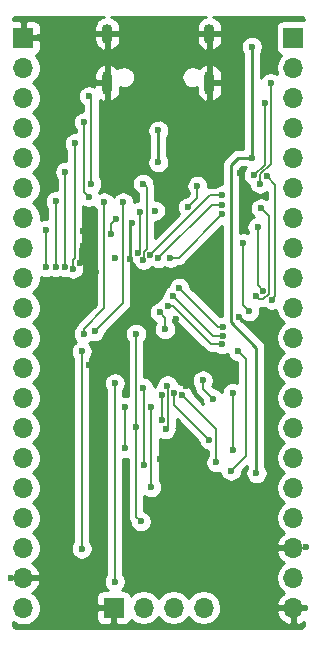
<source format=gbr>
%TF.GenerationSoftware,KiCad,Pcbnew,(5.1.6)-1*%
%TF.CreationDate,2021-08-28T00:22:51-07:00*%
%TF.ProjectId,Rocketboard-Engine,526f636b-6574-4626-9f61-72642d456e67,1.0*%
%TF.SameCoordinates,Original*%
%TF.FileFunction,Copper,L2,Bot*%
%TF.FilePolarity,Positive*%
%FSLAX46Y46*%
G04 Gerber Fmt 4.6, Leading zero omitted, Abs format (unit mm)*
G04 Created by KiCad (PCBNEW (5.1.6)-1) date 2021-08-28 00:22:51*
%MOMM*%
%LPD*%
G01*
G04 APERTURE LIST*
%TA.AperFunction,ComponentPad*%
%ADD10O,1.700000X1.700000*%
%TD*%
%TA.AperFunction,ComponentPad*%
%ADD11R,1.700000X1.700000*%
%TD*%
%TA.AperFunction,ComponentPad*%
%ADD12O,0.900000X1.700000*%
%TD*%
%TA.AperFunction,ComponentPad*%
%ADD13O,0.900000X2.000000*%
%TD*%
%TA.AperFunction,ViaPad*%
%ADD14C,0.600000*%
%TD*%
%TA.AperFunction,Conductor*%
%ADD15C,0.160000*%
%TD*%
%TA.AperFunction,Conductor*%
%ADD16C,0.250000*%
%TD*%
%TA.AperFunction,Conductor*%
%ADD17C,0.254000*%
%TD*%
G04 APERTURE END LIST*
D10*
%TO.P,J4,20*%
%TO.N,GND*%
X146030000Y-122510000D03*
%TO.P,J4,19*%
%TO.N,+3V3*%
X146030000Y-119970000D03*
%TO.P,J4,18*%
%TO.N,GND*%
X146030000Y-117430000D03*
%TO.P,J4,17*%
%TO.N,/LED_5v0_SIGNAL*%
X146030000Y-114890000D03*
%TO.P,J4,16*%
%TO.N,/PB9*%
X146030000Y-112350000D03*
%TO.P,J4,15*%
%TO.N,/PB8*%
X146030000Y-109810000D03*
%TO.P,J4,14*%
%TO.N,/PB7_I2C1_SDA*%
X146030000Y-107270000D03*
%TO.P,J4,13*%
%TO.N,/PB6_I2C1_SCL*%
X146030000Y-104730000D03*
%TO.P,J4,12*%
%TO.N,/PA7_SPI1_MOSI*%
X146030000Y-102190000D03*
%TO.P,J4,11*%
%TO.N,/PA6_SPI1_MISO*%
X146030000Y-99650000D03*
%TO.P,J4,10*%
%TO.N,/PA5_SPI1_SCK*%
X146030000Y-97110000D03*
%TO.P,J4,9*%
%TO.N,/PA4*%
X146030000Y-94570000D03*
%TO.P,J4,8*%
%TO.N,/PA3*%
X146030000Y-92030000D03*
%TO.P,J4,7*%
%TO.N,/PA2*%
X146030000Y-89490000D03*
%TO.P,J4,6*%
%TO.N,/PA1*%
X146030000Y-86950000D03*
%TO.P,J4,5*%
%TO.N,/PA0*%
X146030000Y-84410000D03*
%TO.P,J4,4*%
%TO.N,/PB2*%
X146030000Y-81870000D03*
%TO.P,J4,3*%
%TO.N,/PB1*%
X146030000Y-79330000D03*
%TO.P,J4,2*%
%TO.N,/PB0*%
X146030000Y-76790000D03*
D11*
%TO.P,J4,1*%
%TO.N,+5V*%
X146030000Y-74250000D03*
%TD*%
D10*
%TO.P,J3,20*%
%TO.N,+3V3*%
X123170000Y-122520000D03*
%TO.P,J3,19*%
%TO.N,GND*%
X123170000Y-119980000D03*
%TO.P,J3,18*%
%TO.N,+3V3*%
X123170000Y-117440000D03*
%TO.P,J3,17*%
%TO.N,/PB5*%
X123170000Y-114900000D03*
%TO.P,J3,16*%
%TO.N,/PB4*%
X123170000Y-112360000D03*
%TO.P,J3,15*%
%TO.N,/PB3*%
X123170000Y-109820000D03*
%TO.P,J3,14*%
%TO.N,/RESET*%
X123170000Y-107280000D03*
%TO.P,J3,13*%
%TO.N,/PA15*%
X123170000Y-104740000D03*
%TO.P,J3,12*%
%TO.N,/PA14_SWCLK*%
X123170000Y-102200000D03*
%TO.P,J3,11*%
%TO.N,/PA13_SWDIO*%
X123170000Y-99660000D03*
%TO.P,J3,10*%
%TO.N,/PA10_RX*%
X123170000Y-97120000D03*
%TO.P,J3,9*%
%TO.N,/PA9_TX*%
X123170000Y-94580000D03*
%TO.P,J3,8*%
%TO.N,/PA8*%
X123170000Y-92040000D03*
%TO.P,J3,7*%
%TO.N,/PB15*%
X123170000Y-89500000D03*
%TO.P,J3,6*%
%TO.N,/PB14*%
X123170000Y-86960000D03*
%TO.P,J3,5*%
%TO.N,/PB13*%
X123170000Y-84420000D03*
%TO.P,J3,4*%
%TO.N,/PB12*%
X123170000Y-81880000D03*
%TO.P,J3,3*%
%TO.N,/PB11_I2C2_SDA*%
X123170000Y-79340000D03*
%TO.P,J3,2*%
%TO.N,/PB10_I2C2_SCL*%
X123170000Y-76800000D03*
D11*
%TO.P,J3,1*%
%TO.N,GND*%
X123170000Y-74260000D03*
%TD*%
D12*
%TO.P,J2,S1*%
%TO.N,GND*%
X130270000Y-73900000D03*
X138910000Y-73900000D03*
D13*
X130270000Y-78070000D03*
X138910000Y-78070000D03*
%TD*%
D10*
%TO.P,J1,4*%
%TO.N,+3V3*%
X138420000Y-122500000D03*
%TO.P,J1,3*%
%TO.N,/PA13_SWDIO*%
X135880000Y-122500000D03*
%TO.P,J1,2*%
%TO.N,/PA14_SWCLK*%
X133340000Y-122500000D03*
D11*
%TO.P,J1,1*%
%TO.N,GND*%
X130800000Y-122500000D03*
%TD*%
D14*
%TO.N,/RESET*%
X133100000Y-115200000D03*
X132700000Y-99300000D03*
X132700000Y-107200000D03*
%TO.N,GND*%
X129400000Y-73900000D03*
X139900000Y-73900000D03*
X129200000Y-78000000D03*
X140000000Y-78100000D03*
X124600000Y-74200000D03*
X134600000Y-81100000D03*
X137300000Y-81600000D03*
X131900000Y-81600000D03*
X140900000Y-80900000D03*
X140000000Y-83000000D03*
X141800000Y-90100000D03*
X132400000Y-89900000D03*
X128200000Y-90600000D03*
X129300000Y-94100000D03*
X128700000Y-102000000D03*
X139500000Y-102700000D03*
X147075000Y-117400000D03*
X147000000Y-122500000D03*
X130800000Y-123600000D03*
X122125000Y-120000000D03*
X134700000Y-109900000D03*
X136100000Y-117200000D03*
X135600000Y-115200000D03*
X141425010Y-97900000D03*
X136952154Y-103771336D03*
X139200000Y-86500000D03*
X141502002Y-85702002D03*
X132191359Y-92970621D03*
X128000000Y-93300000D03*
X128200000Y-91850000D03*
X135400000Y-101100000D03*
X136100000Y-98100000D03*
X124900000Y-88700000D03*
%TO.N,+5V*%
X134600000Y-84800000D03*
X134600000Y-82100000D03*
X142500000Y-84400000D03*
X142500000Y-75000000D03*
X142900000Y-111100000D03*
%TO.N,+3V3*%
X137900000Y-86800000D03*
X137100000Y-88600000D03*
X130900000Y-92900000D03*
X134300000Y-88900000D03*
X130600000Y-90900000D03*
X131000000Y-89600000D03*
X142300000Y-97400000D03*
X141800000Y-91650000D03*
X134700000Y-97500000D03*
X135156630Y-98943370D03*
X140900000Y-109200000D03*
X140900000Y-104300000D03*
X139200000Y-104800000D03*
X138360000Y-103260000D03*
%TO.N,/PB9*%
X139500000Y-110200000D03*
X136634312Y-104510242D03*
%TO.N,/PB8*%
X138900000Y-108300000D03*
X135930011Y-104300000D03*
%TO.N,/BOOT0*%
X135200000Y-107400000D03*
X135365010Y-103700000D03*
%TO.N,/PB7_I2C1_SDA*%
X134900000Y-104500000D03*
X134900000Y-106600000D03*
%TO.N,/PB5*%
X134000000Y-105500000D03*
X134000000Y-112300000D03*
%TO.N,/PB4*%
X133400000Y-110400000D03*
X133334990Y-103915765D03*
%TO.N,/PB3*%
X131800000Y-105500000D03*
X131800000Y-109000000D03*
%TO.N,/PA14_SWCLK*%
X130900000Y-120300000D03*
X130900000Y-103500000D03*
%TO.N,/PA13_SWDIO*%
X128100000Y-117500000D03*
X128100000Y-100800000D03*
%TO.N,/USB_D+*%
X128300000Y-99300000D03*
X130000000Y-88200000D03*
%TO.N,/USB_D-*%
X129200000Y-99100000D03*
X131600000Y-88200000D03*
%TO.N,/PB15*%
X125100000Y-90500000D03*
X125114168Y-93685832D03*
%TO.N,/PB14*%
X125900000Y-88100000D03*
X125900000Y-93700000D03*
%TO.N,/PB13*%
X126700000Y-85600000D03*
X126648176Y-93692344D03*
%TO.N,/PB12*%
X127500000Y-83200000D03*
X127375296Y-93799763D03*
%TO.N,/PB11_I2C2_SDA*%
X133000000Y-89000000D03*
X128300000Y-81400000D03*
X132849251Y-92494219D03*
X128692504Y-87719981D03*
%TO.N,/PB10_I2C2_SCL*%
X133300000Y-86600000D03*
X128900000Y-86600000D03*
X128700000Y-79200000D03*
X133329573Y-93050577D03*
%TO.N,/PB2*%
X140000000Y-87600000D03*
X133925328Y-92620091D03*
%TO.N,/PB1*%
X140000000Y-88400000D03*
X134604230Y-92901755D03*
X143584990Y-79800000D03*
X142684990Y-85900000D03*
%TO.N,/PB0*%
X135611129Y-92885002D03*
X140000000Y-89200000D03*
X143200000Y-86600000D03*
X144100000Y-78100000D03*
%TO.N,/PA7_SPI1_MOSI*%
X140000000Y-100200000D03*
X135381270Y-96964500D03*
%TO.N,/PA6_SPI1_MISO*%
X135865010Y-96100000D03*
X140103946Y-99472375D03*
%TO.N,/PA5_SPI1_SCK*%
X136365010Y-95442897D03*
X140099846Y-98737375D03*
%TO.N,/PA2*%
X142989979Y-90300000D03*
X143442200Y-95680020D03*
%TO.N,/PA1*%
X143284990Y-88700000D03*
X142847256Y-96111626D03*
%TO.N,/PA0*%
X143800000Y-86000000D03*
X144186156Y-96426551D03*
%TO.N,/LED_3v3_SIGNAL*%
X140750000Y-110900000D03*
X141350000Y-100800000D03*
%TD*%
D15*
%TO.N,/RESET*%
X132700000Y-110600000D02*
X132700000Y-114800000D01*
X132700000Y-114800000D02*
X133100000Y-115200000D01*
X132700000Y-110600000D02*
X132700000Y-99300000D01*
D16*
%TO.N,GND*%
X128000000Y-93300000D02*
X128000000Y-92050000D01*
X128000000Y-92050000D02*
X128200000Y-91850000D01*
X135400000Y-101100000D02*
X135400000Y-100100000D01*
X135400000Y-100100000D02*
X136100000Y-99400000D01*
X136100000Y-99400000D02*
X136100000Y-98100000D01*
X132191359Y-90108641D02*
X132400000Y-89900000D01*
X132191359Y-92970621D02*
X132191359Y-90108641D01*
%TO.N,+5V*%
X134600000Y-84800000D02*
X134600000Y-82100000D01*
X142500000Y-84400000D02*
X142500000Y-75000000D01*
X142900000Y-111100000D02*
X142900000Y-100500000D01*
X142900000Y-100500000D02*
X140750000Y-98350000D01*
X140750000Y-98350000D02*
X140750000Y-85000000D01*
X141350000Y-84400000D02*
X142500000Y-84400000D01*
X140750000Y-85000000D02*
X141350000Y-84400000D01*
D15*
%TO.N,+3V3*%
X137900000Y-86800000D02*
X137900000Y-87800000D01*
X137900000Y-87800000D02*
X137100000Y-88600000D01*
X130600000Y-90900000D02*
X130600000Y-90000000D01*
X130600000Y-90000000D02*
X131000000Y-89600000D01*
X142300000Y-97400000D02*
X141800000Y-96900000D01*
X141800000Y-96900000D02*
X141800000Y-91650000D01*
X135156630Y-97956630D02*
X135156630Y-98943370D01*
X134700000Y-97500000D02*
X135156630Y-97956630D01*
X140900000Y-109200000D02*
X140900000Y-104300000D01*
X139200000Y-104800000D02*
X138360000Y-103960000D01*
X138360000Y-103960000D02*
X138360000Y-103260000D01*
%TO.N,/PB9*%
X139500000Y-110200000D02*
X139500000Y-107375930D01*
X139500000Y-107375930D02*
X136634312Y-104510242D01*
%TO.N,/PB8*%
X138900000Y-108300000D02*
X135930011Y-105330011D01*
X135930011Y-105330011D02*
X135930011Y-104300000D01*
%TO.N,/BOOT0*%
X135415001Y-107184999D02*
X135415001Y-103749991D01*
X135200000Y-107400000D02*
X135415001Y-107184999D01*
X135415001Y-103749991D02*
X135365010Y-103700000D01*
%TO.N,/PB7_I2C1_SDA*%
X134900000Y-104500000D02*
X134900000Y-106600000D01*
%TO.N,/PB5*%
X134000000Y-105500000D02*
X134000000Y-112300000D01*
%TO.N,/PB4*%
X133400000Y-110400000D02*
X133400000Y-103980775D01*
X133400000Y-103980775D02*
X133334990Y-103915765D01*
%TO.N,/PB3*%
X131800000Y-105500000D02*
X131800000Y-109000000D01*
%TO.N,/PA14_SWCLK*%
X130900000Y-120300000D02*
X130900000Y-103500000D01*
%TO.N,/PA13_SWDIO*%
X128100000Y-117500000D02*
X128100000Y-100800000D01*
%TO.N,/USB_D+*%
X130000000Y-88200000D02*
X130000000Y-97175736D01*
X128300000Y-98875736D02*
X128300000Y-99300000D01*
X130000000Y-97175736D02*
X128300000Y-98875736D01*
%TO.N,/USB_D-*%
X131600000Y-88200000D02*
X131600000Y-96700000D01*
X131600000Y-96700000D02*
X129200000Y-99100000D01*
%TO.N,/PB15*%
X125100000Y-90500000D02*
X125100000Y-93671664D01*
X125100000Y-93671664D02*
X125114168Y-93685832D01*
%TO.N,/PB14*%
X125900000Y-93700000D02*
X125900000Y-88100000D01*
%TO.N,/PB13*%
X126700000Y-93640520D02*
X126648176Y-93692344D01*
X126700000Y-85600000D02*
X126700000Y-93640520D01*
%TO.N,/PB12*%
X127500000Y-92941598D02*
X127375296Y-93066302D01*
X127500000Y-83200000D02*
X127500000Y-92941598D01*
X127375296Y-93066302D02*
X127375296Y-93799763D01*
%TO.N,/PB11_I2C2_SDA*%
X133000000Y-89000000D02*
X133000000Y-92343470D01*
X133000000Y-92343470D02*
X132849251Y-92494219D01*
X128300000Y-87327477D02*
X128692504Y-87719981D01*
X128300000Y-81400000D02*
X128300000Y-87327477D01*
%TO.N,/PB10_I2C2_SCL*%
X128900000Y-86600000D02*
X128900000Y-79400000D01*
X128900000Y-79400000D02*
X128700000Y-79200000D01*
X133599999Y-86899999D02*
X133599999Y-92181267D01*
X133599999Y-92181267D02*
X133364252Y-92417014D01*
X133364252Y-92417014D02*
X133364252Y-93015898D01*
X133364252Y-93015898D02*
X133329573Y-93050577D01*
X133300000Y-86600000D02*
X133599999Y-86899999D01*
%TO.N,/PB2*%
X138945419Y-87600000D02*
X133925328Y-92620091D01*
X140000000Y-87600000D02*
X138945419Y-87600000D01*
%TO.N,/PB1*%
X140000000Y-88400000D02*
X139105985Y-88400000D01*
X143584990Y-85000000D02*
X143584990Y-79800000D01*
X142684990Y-85900000D02*
X143584990Y-85000000D01*
X139105985Y-88400000D02*
X134604230Y-92901755D01*
%TO.N,/PB0*%
X135611129Y-92885002D02*
X136314998Y-92885002D01*
X136314998Y-92885002D02*
X140000000Y-89200000D01*
X144100000Y-84902196D02*
X144100000Y-78100000D01*
X143200000Y-86600000D02*
X143200000Y-85802196D01*
X143200000Y-85802196D02*
X144100000Y-84902196D01*
%TO.N,/PA7_SPI1_MOSI*%
X139041034Y-100200000D02*
X135805534Y-96964500D01*
X135805534Y-96964500D02*
X135381270Y-96964500D01*
X140000000Y-100200000D02*
X139041034Y-100200000D01*
%TO.N,/PA6_SPI1_MISO*%
X139237385Y-99472375D02*
X140103946Y-99472375D01*
X135865010Y-96100000D02*
X139237385Y-99472375D01*
%TO.N,/PA5_SPI1_SCK*%
X139659488Y-98737375D02*
X140099846Y-98737375D01*
X136365010Y-95442897D02*
X139659488Y-98737375D01*
%TO.N,/PA2*%
X142989979Y-95227799D02*
X143442200Y-95680020D01*
X142989979Y-90300000D02*
X142989979Y-95227799D01*
%TO.N,/PA1*%
X143284990Y-88700000D02*
X143957201Y-89372211D01*
X143957201Y-89372211D02*
X143957201Y-95915816D01*
X143461392Y-96411625D02*
X143147255Y-96411625D01*
X143147255Y-96411625D02*
X142847256Y-96111626D01*
X143957201Y-95915816D02*
X143461392Y-96411625D01*
%TO.N,/PA0*%
X143800000Y-86000000D02*
X144486155Y-86686155D01*
X144486155Y-96126552D02*
X144186156Y-96426551D01*
X144486155Y-86686155D02*
X144486155Y-96126552D01*
%TO.N,/LED_3v3_SIGNAL*%
X140750000Y-110900000D02*
X142000000Y-109650000D01*
X142000000Y-109650000D02*
X142000000Y-101450000D01*
X142000000Y-101450000D02*
X141350000Y-100800000D01*
%TD*%
D17*
%TO.N,GND*%
G36*
X128249615Y-88548567D02*
G01*
X128419775Y-88619049D01*
X128600415Y-88654981D01*
X128784593Y-88654981D01*
X128965233Y-88619049D01*
X129132791Y-88549645D01*
X129171414Y-88642889D01*
X129273738Y-88796028D01*
X129285000Y-88807290D01*
X129285001Y-96879573D01*
X127819255Y-98345320D01*
X127791973Y-98367710D01*
X127702623Y-98476583D01*
X127636230Y-98600795D01*
X127618515Y-98659195D01*
X127573738Y-98703972D01*
X127471414Y-98857111D01*
X127400932Y-99027271D01*
X127365000Y-99207911D01*
X127365000Y-99392089D01*
X127400932Y-99572729D01*
X127471414Y-99742889D01*
X127573738Y-99896028D01*
X127652323Y-99974613D01*
X127503972Y-100073738D01*
X127373738Y-100203972D01*
X127271414Y-100357111D01*
X127200932Y-100527271D01*
X127165000Y-100707911D01*
X127165000Y-100892089D01*
X127200932Y-101072729D01*
X127271414Y-101242889D01*
X127373738Y-101396028D01*
X127385001Y-101407291D01*
X127385000Y-116892710D01*
X127373738Y-116903972D01*
X127271414Y-117057111D01*
X127200932Y-117227271D01*
X127165000Y-117407911D01*
X127165000Y-117592089D01*
X127200932Y-117772729D01*
X127271414Y-117942889D01*
X127373738Y-118096028D01*
X127503972Y-118226262D01*
X127657111Y-118328586D01*
X127827271Y-118399068D01*
X128007911Y-118435000D01*
X128192089Y-118435000D01*
X128372729Y-118399068D01*
X128542889Y-118328586D01*
X128696028Y-118226262D01*
X128826262Y-118096028D01*
X128928586Y-117942889D01*
X128999068Y-117772729D01*
X129035000Y-117592089D01*
X129035000Y-117407911D01*
X128999068Y-117227271D01*
X128928586Y-117057111D01*
X128826262Y-116903972D01*
X128815000Y-116892710D01*
X128815000Y-101407290D01*
X128826262Y-101396028D01*
X128928586Y-101242889D01*
X128999068Y-101072729D01*
X129035000Y-100892089D01*
X129035000Y-100707911D01*
X128999068Y-100527271D01*
X128928586Y-100357111D01*
X128826262Y-100203972D01*
X128747677Y-100125387D01*
X128896028Y-100026262D01*
X128924408Y-99997882D01*
X128927271Y-99999068D01*
X129107911Y-100035000D01*
X129292089Y-100035000D01*
X129472729Y-99999068D01*
X129642889Y-99928586D01*
X129796028Y-99826262D01*
X129926262Y-99696028D01*
X130028586Y-99542889D01*
X130099068Y-99372729D01*
X130135000Y-99192089D01*
X130135000Y-99176161D01*
X132080751Y-97230412D01*
X132108027Y-97208027D01*
X132130411Y-97180752D01*
X132130415Y-97180748D01*
X132197376Y-97099155D01*
X132197377Y-97099154D01*
X132263770Y-96974942D01*
X132304654Y-96840164D01*
X132315000Y-96735120D01*
X132315000Y-96735112D01*
X132318458Y-96700000D01*
X132315000Y-96664888D01*
X132315000Y-93261759D01*
X132406362Y-93322805D01*
X132435255Y-93334773D01*
X132500987Y-93493466D01*
X132603311Y-93646605D01*
X132733545Y-93776839D01*
X132886684Y-93879163D01*
X133056844Y-93949645D01*
X133237484Y-93985577D01*
X133421662Y-93985577D01*
X133602302Y-93949645D01*
X133772462Y-93879163D01*
X133925601Y-93776839D01*
X134047899Y-93654541D01*
X134161341Y-93730341D01*
X134331501Y-93800823D01*
X134512141Y-93836755D01*
X134696319Y-93836755D01*
X134876959Y-93800823D01*
X135047119Y-93730341D01*
X135120216Y-93681499D01*
X135168240Y-93713588D01*
X135338400Y-93784070D01*
X135519040Y-93820002D01*
X135703218Y-93820002D01*
X135883858Y-93784070D01*
X136054018Y-93713588D01*
X136207157Y-93611264D01*
X136218419Y-93600002D01*
X136279888Y-93600002D01*
X136314998Y-93603460D01*
X136350108Y-93600002D01*
X136350118Y-93600002D01*
X136455162Y-93589656D01*
X136589940Y-93548772D01*
X136714152Y-93482379D01*
X136823025Y-93393029D01*
X136845418Y-93365743D01*
X139990001Y-90221162D01*
X139990000Y-97805907D01*
X139827117Y-97838307D01*
X139787848Y-97854573D01*
X137300010Y-95366736D01*
X137300010Y-95350808D01*
X137264078Y-95170168D01*
X137193596Y-95000008D01*
X137091272Y-94846869D01*
X136961038Y-94716635D01*
X136807899Y-94614311D01*
X136637739Y-94543829D01*
X136457099Y-94507897D01*
X136272921Y-94507897D01*
X136092281Y-94543829D01*
X135922121Y-94614311D01*
X135768982Y-94716635D01*
X135638748Y-94846869D01*
X135536424Y-95000008D01*
X135465942Y-95170168D01*
X135447929Y-95260724D01*
X135422121Y-95271414D01*
X135268982Y-95373738D01*
X135138748Y-95503972D01*
X135036424Y-95657111D01*
X134965942Y-95827271D01*
X134930010Y-96007911D01*
X134930010Y-96141507D01*
X134785242Y-96238238D01*
X134655008Y-96368472D01*
X134552684Y-96521611D01*
X134528139Y-96580868D01*
X134427271Y-96600932D01*
X134257111Y-96671414D01*
X134103972Y-96773738D01*
X133973738Y-96903972D01*
X133871414Y-97057111D01*
X133800932Y-97227271D01*
X133765000Y-97407911D01*
X133765000Y-97592089D01*
X133800932Y-97772729D01*
X133871414Y-97942889D01*
X133973738Y-98096028D01*
X134103972Y-98226262D01*
X134257111Y-98328586D01*
X134402627Y-98388860D01*
X134328044Y-98500481D01*
X134257562Y-98670641D01*
X134221630Y-98851281D01*
X134221630Y-99035459D01*
X134257562Y-99216099D01*
X134328044Y-99386259D01*
X134430368Y-99539398D01*
X134560602Y-99669632D01*
X134713741Y-99771956D01*
X134883901Y-99842438D01*
X135064541Y-99878370D01*
X135248719Y-99878370D01*
X135429359Y-99842438D01*
X135599519Y-99771956D01*
X135752658Y-99669632D01*
X135882892Y-99539398D01*
X135985216Y-99386259D01*
X136055698Y-99216099D01*
X136091630Y-99035459D01*
X136091630Y-98851281D01*
X136055698Y-98670641D01*
X135985216Y-98500481D01*
X135882892Y-98347342D01*
X135871630Y-98336080D01*
X135871630Y-98041757D01*
X138510618Y-100680746D01*
X138533007Y-100708027D01*
X138641880Y-100797377D01*
X138766092Y-100863770D01*
X138900870Y-100904654D01*
X139005914Y-100915000D01*
X139005924Y-100915000D01*
X139041034Y-100918458D01*
X139076144Y-100915000D01*
X139392710Y-100915000D01*
X139403972Y-100926262D01*
X139557111Y-101028586D01*
X139727271Y-101099068D01*
X139907911Y-101135000D01*
X140092089Y-101135000D01*
X140272729Y-101099068D01*
X140442207Y-101028868D01*
X140450932Y-101072729D01*
X140521414Y-101242889D01*
X140623738Y-101396028D01*
X140753972Y-101526262D01*
X140907111Y-101628586D01*
X141077271Y-101699068D01*
X141257911Y-101735000D01*
X141273838Y-101735000D01*
X141285001Y-101746163D01*
X141285001Y-103447436D01*
X141172729Y-103400932D01*
X140992089Y-103365000D01*
X140807911Y-103365000D01*
X140627271Y-103400932D01*
X140457111Y-103471414D01*
X140303972Y-103573738D01*
X140173738Y-103703972D01*
X140071414Y-103857111D01*
X140000932Y-104027271D01*
X139965000Y-104207911D01*
X139965000Y-104261948D01*
X139926262Y-104203972D01*
X139796028Y-104073738D01*
X139642889Y-103971414D01*
X139472729Y-103900932D01*
X139292089Y-103865000D01*
X139276162Y-103865000D01*
X139158731Y-103747570D01*
X139188586Y-103702889D01*
X139259068Y-103532729D01*
X139295000Y-103352089D01*
X139295000Y-103167911D01*
X139259068Y-102987271D01*
X139188586Y-102817111D01*
X139086262Y-102663972D01*
X138956028Y-102533738D01*
X138802889Y-102431414D01*
X138632729Y-102360932D01*
X138452089Y-102325000D01*
X138267911Y-102325000D01*
X138087271Y-102360932D01*
X137917111Y-102431414D01*
X137763972Y-102533738D01*
X137633738Y-102663972D01*
X137531414Y-102817111D01*
X137460932Y-102987271D01*
X137425000Y-103167911D01*
X137425000Y-103352089D01*
X137460932Y-103532729D01*
X137531414Y-103702889D01*
X137633738Y-103856028D01*
X137645000Y-103867290D01*
X137645000Y-103924890D01*
X137641542Y-103960000D01*
X137645000Y-103995110D01*
X137645000Y-103995119D01*
X137655346Y-104100163D01*
X137696230Y-104234941D01*
X137762623Y-104359153D01*
X137851973Y-104468026D01*
X137879255Y-104490416D01*
X138265000Y-104876162D01*
X138265000Y-104892089D01*
X138300932Y-105072729D01*
X138366672Y-105231440D01*
X137569312Y-104434081D01*
X137569312Y-104418153D01*
X137533380Y-104237513D01*
X137462898Y-104067353D01*
X137360574Y-103914214D01*
X137230340Y-103783980D01*
X137077201Y-103681656D01*
X136907041Y-103611174D01*
X136726401Y-103575242D01*
X136542223Y-103575242D01*
X136529979Y-103577678D01*
X136526039Y-103573738D01*
X136372900Y-103471414D01*
X136263612Y-103426146D01*
X136193596Y-103257111D01*
X136091272Y-103103972D01*
X135961038Y-102973738D01*
X135807899Y-102871414D01*
X135637739Y-102800932D01*
X135457099Y-102765000D01*
X135272921Y-102765000D01*
X135092281Y-102800932D01*
X134922121Y-102871414D01*
X134768982Y-102973738D01*
X134638748Y-103103972D01*
X134536424Y-103257111D01*
X134465942Y-103427271D01*
X134430010Y-103607911D01*
X134430010Y-103689522D01*
X134303972Y-103773738D01*
X134267343Y-103810367D01*
X134234058Y-103643036D01*
X134163576Y-103472876D01*
X134061252Y-103319737D01*
X133931018Y-103189503D01*
X133777879Y-103087179D01*
X133607719Y-103016697D01*
X133427079Y-102980765D01*
X133415000Y-102980765D01*
X133415000Y-99907290D01*
X133426262Y-99896028D01*
X133528586Y-99742889D01*
X133599068Y-99572729D01*
X133635000Y-99392089D01*
X133635000Y-99207911D01*
X133599068Y-99027271D01*
X133528586Y-98857111D01*
X133426262Y-98703972D01*
X133296028Y-98573738D01*
X133142889Y-98471414D01*
X132972729Y-98400932D01*
X132792089Y-98365000D01*
X132607911Y-98365000D01*
X132427271Y-98400932D01*
X132257111Y-98471414D01*
X132103972Y-98573738D01*
X131973738Y-98703972D01*
X131871414Y-98857111D01*
X131800932Y-99027271D01*
X131765000Y-99207911D01*
X131765000Y-99392089D01*
X131800932Y-99572729D01*
X131871414Y-99742889D01*
X131973738Y-99896028D01*
X131985001Y-99907291D01*
X131985001Y-104583481D01*
X131892089Y-104565000D01*
X131707911Y-104565000D01*
X131615000Y-104583481D01*
X131615000Y-104107290D01*
X131626262Y-104096028D01*
X131728586Y-103942889D01*
X131799068Y-103772729D01*
X131835000Y-103592089D01*
X131835000Y-103407911D01*
X131799068Y-103227271D01*
X131728586Y-103057111D01*
X131626262Y-102903972D01*
X131496028Y-102773738D01*
X131342889Y-102671414D01*
X131172729Y-102600932D01*
X130992089Y-102565000D01*
X130807911Y-102565000D01*
X130627271Y-102600932D01*
X130457111Y-102671414D01*
X130303972Y-102773738D01*
X130173738Y-102903972D01*
X130071414Y-103057111D01*
X130000932Y-103227271D01*
X129965000Y-103407911D01*
X129965000Y-103592089D01*
X130000932Y-103772729D01*
X130071414Y-103942889D01*
X130173738Y-104096028D01*
X130185001Y-104107291D01*
X130185000Y-119692710D01*
X130173738Y-119703972D01*
X130071414Y-119857111D01*
X130000932Y-120027271D01*
X129965000Y-120207911D01*
X129965000Y-120392089D01*
X130000932Y-120572729D01*
X130071414Y-120742889D01*
X130173738Y-120896028D01*
X130291497Y-121013787D01*
X129950000Y-121011928D01*
X129825518Y-121024188D01*
X129705820Y-121060498D01*
X129595506Y-121119463D01*
X129498815Y-121198815D01*
X129419463Y-121295506D01*
X129360498Y-121405820D01*
X129324188Y-121525518D01*
X129311928Y-121650000D01*
X129315000Y-122214250D01*
X129473750Y-122373000D01*
X130673000Y-122373000D01*
X130673000Y-122353000D01*
X130927000Y-122353000D01*
X130927000Y-122373000D01*
X130947000Y-122373000D01*
X130947000Y-122627000D01*
X130927000Y-122627000D01*
X130927000Y-123826250D01*
X131085750Y-123985000D01*
X131650000Y-123988072D01*
X131774482Y-123975812D01*
X131894180Y-123939502D01*
X132004494Y-123880537D01*
X132101185Y-123801185D01*
X132180537Y-123704494D01*
X132239502Y-123594180D01*
X132261513Y-123521620D01*
X132393368Y-123653475D01*
X132636589Y-123815990D01*
X132906842Y-123927932D01*
X133193740Y-123985000D01*
X133486260Y-123985000D01*
X133773158Y-123927932D01*
X134043411Y-123815990D01*
X134286632Y-123653475D01*
X134493475Y-123446632D01*
X134610000Y-123272240D01*
X134726525Y-123446632D01*
X134933368Y-123653475D01*
X135176589Y-123815990D01*
X135446842Y-123927932D01*
X135733740Y-123985000D01*
X136026260Y-123985000D01*
X136313158Y-123927932D01*
X136583411Y-123815990D01*
X136826632Y-123653475D01*
X137033475Y-123446632D01*
X137150000Y-123272240D01*
X137266525Y-123446632D01*
X137473368Y-123653475D01*
X137716589Y-123815990D01*
X137986842Y-123927932D01*
X138273740Y-123985000D01*
X138566260Y-123985000D01*
X138853158Y-123927932D01*
X139123411Y-123815990D01*
X139366632Y-123653475D01*
X139573475Y-123446632D01*
X139735990Y-123203411D01*
X139847932Y-122933158D01*
X139861113Y-122866890D01*
X144588524Y-122866890D01*
X144633175Y-123014099D01*
X144758359Y-123276920D01*
X144932412Y-123510269D01*
X145148645Y-123705178D01*
X145398748Y-123854157D01*
X145673109Y-123951481D01*
X145903000Y-123830814D01*
X145903000Y-122637000D01*
X144709845Y-122637000D01*
X144588524Y-122866890D01*
X139861113Y-122866890D01*
X139905000Y-122646260D01*
X139905000Y-122353740D01*
X139847932Y-122066842D01*
X139735990Y-121796589D01*
X139573475Y-121553368D01*
X139366632Y-121346525D01*
X139123411Y-121184010D01*
X138853158Y-121072068D01*
X138566260Y-121015000D01*
X138273740Y-121015000D01*
X137986842Y-121072068D01*
X137716589Y-121184010D01*
X137473368Y-121346525D01*
X137266525Y-121553368D01*
X137150000Y-121727760D01*
X137033475Y-121553368D01*
X136826632Y-121346525D01*
X136583411Y-121184010D01*
X136313158Y-121072068D01*
X136026260Y-121015000D01*
X135733740Y-121015000D01*
X135446842Y-121072068D01*
X135176589Y-121184010D01*
X134933368Y-121346525D01*
X134726525Y-121553368D01*
X134610000Y-121727760D01*
X134493475Y-121553368D01*
X134286632Y-121346525D01*
X134043411Y-121184010D01*
X133773158Y-121072068D01*
X133486260Y-121015000D01*
X133193740Y-121015000D01*
X132906842Y-121072068D01*
X132636589Y-121184010D01*
X132393368Y-121346525D01*
X132261513Y-121478380D01*
X132239502Y-121405820D01*
X132180537Y-121295506D01*
X132101185Y-121198815D01*
X132004494Y-121119463D01*
X131894180Y-121060498D01*
X131774482Y-121024188D01*
X131650000Y-121011928D01*
X131509598Y-121012692D01*
X131626262Y-120896028D01*
X131728586Y-120742889D01*
X131799068Y-120572729D01*
X131835000Y-120392089D01*
X131835000Y-120207911D01*
X131799068Y-120027271D01*
X131728586Y-119857111D01*
X131626262Y-119703972D01*
X131615000Y-119692710D01*
X131615000Y-109916519D01*
X131707911Y-109935000D01*
X131892089Y-109935000D01*
X131985000Y-109916519D01*
X131985000Y-110564881D01*
X131985001Y-114764880D01*
X131981542Y-114800000D01*
X131985001Y-114835120D01*
X131995347Y-114940164D01*
X132036231Y-115074942D01*
X132102624Y-115199154D01*
X132165000Y-115275159D01*
X132165000Y-115292089D01*
X132200932Y-115472729D01*
X132271414Y-115642889D01*
X132373738Y-115796028D01*
X132503972Y-115926262D01*
X132657111Y-116028586D01*
X132827271Y-116099068D01*
X133007911Y-116135000D01*
X133192089Y-116135000D01*
X133372729Y-116099068D01*
X133542889Y-116028586D01*
X133696028Y-115926262D01*
X133826262Y-115796028D01*
X133928586Y-115642889D01*
X133999068Y-115472729D01*
X134035000Y-115292089D01*
X134035000Y-115107911D01*
X133999068Y-114927271D01*
X133928586Y-114757111D01*
X133826262Y-114603972D01*
X133696028Y-114473738D01*
X133542889Y-114371414D01*
X133415000Y-114318441D01*
X133415000Y-113033631D01*
X133557111Y-113128586D01*
X133727271Y-113199068D01*
X133907911Y-113235000D01*
X134092089Y-113235000D01*
X134272729Y-113199068D01*
X134442889Y-113128586D01*
X134596028Y-113026262D01*
X134726262Y-112896028D01*
X134828586Y-112742889D01*
X134899068Y-112572729D01*
X134935000Y-112392089D01*
X134935000Y-112207911D01*
X134899068Y-112027271D01*
X134828586Y-111857111D01*
X134726262Y-111703972D01*
X134715000Y-111692710D01*
X134715000Y-108200448D01*
X134757111Y-108228586D01*
X134927271Y-108299068D01*
X135107911Y-108335000D01*
X135292089Y-108335000D01*
X135472729Y-108299068D01*
X135642889Y-108228586D01*
X135796028Y-108126262D01*
X135926262Y-107996028D01*
X136028586Y-107842889D01*
X136099068Y-107672729D01*
X136135000Y-107492089D01*
X136135000Y-107307911D01*
X136125873Y-107262028D01*
X136130001Y-107220119D01*
X136130001Y-107220110D01*
X136133459Y-107185000D01*
X136130001Y-107149890D01*
X136130001Y-106541162D01*
X137965000Y-108376163D01*
X137965000Y-108392089D01*
X138000932Y-108572729D01*
X138071414Y-108742889D01*
X138173738Y-108896028D01*
X138303972Y-109026262D01*
X138457111Y-109128586D01*
X138627271Y-109199068D01*
X138785000Y-109230443D01*
X138785000Y-109592710D01*
X138773738Y-109603972D01*
X138671414Y-109757111D01*
X138600932Y-109927271D01*
X138565000Y-110107911D01*
X138565000Y-110292089D01*
X138600932Y-110472729D01*
X138671414Y-110642889D01*
X138773738Y-110796028D01*
X138903972Y-110926262D01*
X139057111Y-111028586D01*
X139227271Y-111099068D01*
X139407911Y-111135000D01*
X139592089Y-111135000D01*
X139772729Y-111099068D01*
X139831442Y-111074748D01*
X139850932Y-111172729D01*
X139921414Y-111342889D01*
X140023738Y-111496028D01*
X140153972Y-111626262D01*
X140307111Y-111728586D01*
X140477271Y-111799068D01*
X140657911Y-111835000D01*
X140842089Y-111835000D01*
X141022729Y-111799068D01*
X141192889Y-111728586D01*
X141346028Y-111626262D01*
X141476262Y-111496028D01*
X141578586Y-111342889D01*
X141649068Y-111172729D01*
X141685000Y-110992089D01*
X141685000Y-110976161D01*
X142140000Y-110521162D01*
X142140000Y-110554465D01*
X142071414Y-110657111D01*
X142000932Y-110827271D01*
X141965000Y-111007911D01*
X141965000Y-111192089D01*
X142000932Y-111372729D01*
X142071414Y-111542889D01*
X142173738Y-111696028D01*
X142303972Y-111826262D01*
X142457111Y-111928586D01*
X142627271Y-111999068D01*
X142807911Y-112035000D01*
X142992089Y-112035000D01*
X143172729Y-111999068D01*
X143342889Y-111928586D01*
X143496028Y-111826262D01*
X143626262Y-111696028D01*
X143728586Y-111542889D01*
X143799068Y-111372729D01*
X143835000Y-111192089D01*
X143835000Y-111007911D01*
X143799068Y-110827271D01*
X143728586Y-110657111D01*
X143660000Y-110554465D01*
X143660000Y-100537322D01*
X143663676Y-100499999D01*
X143660000Y-100462676D01*
X143660000Y-100462667D01*
X143649003Y-100351014D01*
X143605546Y-100207753D01*
X143534974Y-100075724D01*
X143440001Y-99959999D01*
X143411003Y-99936201D01*
X141510000Y-98035199D01*
X141510000Y-97900637D01*
X141573738Y-97996028D01*
X141703972Y-98126262D01*
X141857111Y-98228586D01*
X142027271Y-98299068D01*
X142207911Y-98335000D01*
X142392089Y-98335000D01*
X142572729Y-98299068D01*
X142742889Y-98228586D01*
X142896028Y-98126262D01*
X143026262Y-97996028D01*
X143128586Y-97842889D01*
X143199068Y-97672729D01*
X143235000Y-97492089D01*
X143235000Y-97307911D01*
X143199068Y-97127271D01*
X143198800Y-97126625D01*
X143426282Y-97126625D01*
X143461392Y-97130083D01*
X143496502Y-97126625D01*
X143496512Y-97126625D01*
X143557894Y-97120579D01*
X143590128Y-97152813D01*
X143743267Y-97255137D01*
X143913427Y-97325619D01*
X144094067Y-97361551D01*
X144278245Y-97361551D01*
X144458885Y-97325619D01*
X144551191Y-97287385D01*
X144602068Y-97543158D01*
X144714010Y-97813411D01*
X144876525Y-98056632D01*
X145083368Y-98263475D01*
X145257760Y-98380000D01*
X145083368Y-98496525D01*
X144876525Y-98703368D01*
X144714010Y-98946589D01*
X144602068Y-99216842D01*
X144545000Y-99503740D01*
X144545000Y-99796260D01*
X144602068Y-100083158D01*
X144714010Y-100353411D01*
X144876525Y-100596632D01*
X145083368Y-100803475D01*
X145257760Y-100920000D01*
X145083368Y-101036525D01*
X144876525Y-101243368D01*
X144714010Y-101486589D01*
X144602068Y-101756842D01*
X144545000Y-102043740D01*
X144545000Y-102336260D01*
X144602068Y-102623158D01*
X144714010Y-102893411D01*
X144876525Y-103136632D01*
X145083368Y-103343475D01*
X145257760Y-103460000D01*
X145083368Y-103576525D01*
X144876525Y-103783368D01*
X144714010Y-104026589D01*
X144602068Y-104296842D01*
X144545000Y-104583740D01*
X144545000Y-104876260D01*
X144602068Y-105163158D01*
X144714010Y-105433411D01*
X144876525Y-105676632D01*
X145083368Y-105883475D01*
X145257760Y-106000000D01*
X145083368Y-106116525D01*
X144876525Y-106323368D01*
X144714010Y-106566589D01*
X144602068Y-106836842D01*
X144545000Y-107123740D01*
X144545000Y-107416260D01*
X144602068Y-107703158D01*
X144714010Y-107973411D01*
X144876525Y-108216632D01*
X145083368Y-108423475D01*
X145257760Y-108540000D01*
X145083368Y-108656525D01*
X144876525Y-108863368D01*
X144714010Y-109106589D01*
X144602068Y-109376842D01*
X144545000Y-109663740D01*
X144545000Y-109956260D01*
X144602068Y-110243158D01*
X144714010Y-110513411D01*
X144876525Y-110756632D01*
X145083368Y-110963475D01*
X145257760Y-111080000D01*
X145083368Y-111196525D01*
X144876525Y-111403368D01*
X144714010Y-111646589D01*
X144602068Y-111916842D01*
X144545000Y-112203740D01*
X144545000Y-112496260D01*
X144602068Y-112783158D01*
X144714010Y-113053411D01*
X144876525Y-113296632D01*
X145083368Y-113503475D01*
X145257760Y-113620000D01*
X145083368Y-113736525D01*
X144876525Y-113943368D01*
X144714010Y-114186589D01*
X144602068Y-114456842D01*
X144545000Y-114743740D01*
X144545000Y-115036260D01*
X144602068Y-115323158D01*
X144714010Y-115593411D01*
X144876525Y-115836632D01*
X145083368Y-116043475D01*
X145265534Y-116165195D01*
X145148645Y-116234822D01*
X144932412Y-116429731D01*
X144758359Y-116663080D01*
X144633175Y-116925901D01*
X144588524Y-117073110D01*
X144709845Y-117303000D01*
X145903000Y-117303000D01*
X145903000Y-117283000D01*
X146157000Y-117283000D01*
X146157000Y-117303000D01*
X146177000Y-117303000D01*
X146177000Y-117557000D01*
X146157000Y-117557000D01*
X146157000Y-117577000D01*
X145903000Y-117577000D01*
X145903000Y-117557000D01*
X144709845Y-117557000D01*
X144588524Y-117786890D01*
X144633175Y-117934099D01*
X144758359Y-118196920D01*
X144932412Y-118430269D01*
X145148645Y-118625178D01*
X145265534Y-118694805D01*
X145083368Y-118816525D01*
X144876525Y-119023368D01*
X144714010Y-119266589D01*
X144602068Y-119536842D01*
X144545000Y-119823740D01*
X144545000Y-120116260D01*
X144602068Y-120403158D01*
X144714010Y-120673411D01*
X144876525Y-120916632D01*
X145083368Y-121123475D01*
X145265534Y-121245195D01*
X145148645Y-121314822D01*
X144932412Y-121509731D01*
X144758359Y-121743080D01*
X144633175Y-122005901D01*
X144588524Y-122153110D01*
X144709845Y-122383000D01*
X145903000Y-122383000D01*
X145903000Y-122363000D01*
X146157000Y-122363000D01*
X146157000Y-122383000D01*
X146177000Y-122383000D01*
X146177000Y-122637000D01*
X146157000Y-122637000D01*
X146157000Y-123830814D01*
X146386891Y-123951481D01*
X146661252Y-123854157D01*
X146911355Y-123705178D01*
X146940000Y-123679358D01*
X146940000Y-123867721D01*
X146930420Y-123965424D01*
X146911420Y-124028357D01*
X146880554Y-124086406D01*
X146839011Y-124137343D01*
X146788356Y-124179248D01*
X146730529Y-124210515D01*
X146667728Y-124229956D01*
X146572165Y-124240000D01*
X122632279Y-124240000D01*
X122534576Y-124230420D01*
X122471643Y-124211420D01*
X122413594Y-124180554D01*
X122362657Y-124139011D01*
X122320752Y-124088356D01*
X122289485Y-124030529D01*
X122270044Y-123967728D01*
X122260000Y-123872165D01*
X122260000Y-123697952D01*
X122466589Y-123835990D01*
X122736842Y-123947932D01*
X123023740Y-124005000D01*
X123316260Y-124005000D01*
X123603158Y-123947932D01*
X123873411Y-123835990D01*
X124116632Y-123673475D01*
X124323475Y-123466632D01*
X124401405Y-123350000D01*
X129311928Y-123350000D01*
X129324188Y-123474482D01*
X129360498Y-123594180D01*
X129419463Y-123704494D01*
X129498815Y-123801185D01*
X129595506Y-123880537D01*
X129705820Y-123939502D01*
X129825518Y-123975812D01*
X129950000Y-123988072D01*
X130514250Y-123985000D01*
X130673000Y-123826250D01*
X130673000Y-122627000D01*
X129473750Y-122627000D01*
X129315000Y-122785750D01*
X129311928Y-123350000D01*
X124401405Y-123350000D01*
X124485990Y-123223411D01*
X124597932Y-122953158D01*
X124655000Y-122666260D01*
X124655000Y-122373740D01*
X124597932Y-122086842D01*
X124485990Y-121816589D01*
X124323475Y-121573368D01*
X124116632Y-121366525D01*
X123934466Y-121244805D01*
X124051355Y-121175178D01*
X124267588Y-120980269D01*
X124441641Y-120746920D01*
X124566825Y-120484099D01*
X124611476Y-120336890D01*
X124490155Y-120107000D01*
X123297000Y-120107000D01*
X123297000Y-120127000D01*
X123043000Y-120127000D01*
X123043000Y-120107000D01*
X123023000Y-120107000D01*
X123023000Y-119853000D01*
X123043000Y-119853000D01*
X123043000Y-119833000D01*
X123297000Y-119833000D01*
X123297000Y-119853000D01*
X124490155Y-119853000D01*
X124611476Y-119623110D01*
X124566825Y-119475901D01*
X124441641Y-119213080D01*
X124267588Y-118979731D01*
X124051355Y-118784822D01*
X123934466Y-118715195D01*
X124116632Y-118593475D01*
X124323475Y-118386632D01*
X124485990Y-118143411D01*
X124597932Y-117873158D01*
X124655000Y-117586260D01*
X124655000Y-117293740D01*
X124597932Y-117006842D01*
X124485990Y-116736589D01*
X124323475Y-116493368D01*
X124116632Y-116286525D01*
X123942240Y-116170000D01*
X124116632Y-116053475D01*
X124323475Y-115846632D01*
X124485990Y-115603411D01*
X124597932Y-115333158D01*
X124655000Y-115046260D01*
X124655000Y-114753740D01*
X124597932Y-114466842D01*
X124485990Y-114196589D01*
X124323475Y-113953368D01*
X124116632Y-113746525D01*
X123942240Y-113630000D01*
X124116632Y-113513475D01*
X124323475Y-113306632D01*
X124485990Y-113063411D01*
X124597932Y-112793158D01*
X124655000Y-112506260D01*
X124655000Y-112213740D01*
X124597932Y-111926842D01*
X124485990Y-111656589D01*
X124323475Y-111413368D01*
X124116632Y-111206525D01*
X123942240Y-111090000D01*
X124116632Y-110973475D01*
X124323475Y-110766632D01*
X124485990Y-110523411D01*
X124597932Y-110253158D01*
X124655000Y-109966260D01*
X124655000Y-109673740D01*
X124597932Y-109386842D01*
X124485990Y-109116589D01*
X124323475Y-108873368D01*
X124116632Y-108666525D01*
X123942240Y-108550000D01*
X124116632Y-108433475D01*
X124323475Y-108226632D01*
X124485990Y-107983411D01*
X124597932Y-107713158D01*
X124655000Y-107426260D01*
X124655000Y-107133740D01*
X124597932Y-106846842D01*
X124485990Y-106576589D01*
X124323475Y-106333368D01*
X124116632Y-106126525D01*
X123942240Y-106010000D01*
X124116632Y-105893475D01*
X124323475Y-105686632D01*
X124485990Y-105443411D01*
X124597932Y-105173158D01*
X124655000Y-104886260D01*
X124655000Y-104593740D01*
X124597932Y-104306842D01*
X124485990Y-104036589D01*
X124323475Y-103793368D01*
X124116632Y-103586525D01*
X123942240Y-103470000D01*
X124116632Y-103353475D01*
X124323475Y-103146632D01*
X124485990Y-102903411D01*
X124597932Y-102633158D01*
X124655000Y-102346260D01*
X124655000Y-102053740D01*
X124597932Y-101766842D01*
X124485990Y-101496589D01*
X124323475Y-101253368D01*
X124116632Y-101046525D01*
X123942240Y-100930000D01*
X124116632Y-100813475D01*
X124323475Y-100606632D01*
X124485990Y-100363411D01*
X124597932Y-100093158D01*
X124655000Y-99806260D01*
X124655000Y-99513740D01*
X124597932Y-99226842D01*
X124485990Y-98956589D01*
X124323475Y-98713368D01*
X124116632Y-98506525D01*
X123942240Y-98390000D01*
X124116632Y-98273475D01*
X124323475Y-98066632D01*
X124485990Y-97823411D01*
X124597932Y-97553158D01*
X124655000Y-97266260D01*
X124655000Y-96973740D01*
X124597932Y-96686842D01*
X124485990Y-96416589D01*
X124323475Y-96173368D01*
X124116632Y-95966525D01*
X123942240Y-95850000D01*
X124116632Y-95733475D01*
X124323475Y-95526632D01*
X124485990Y-95283411D01*
X124597932Y-95013158D01*
X124655000Y-94726260D01*
X124655000Y-94503541D01*
X124671279Y-94514418D01*
X124841439Y-94584900D01*
X125022079Y-94620832D01*
X125206257Y-94620832D01*
X125386897Y-94584900D01*
X125489982Y-94542201D01*
X125627271Y-94599068D01*
X125807911Y-94635000D01*
X125992089Y-94635000D01*
X126172729Y-94599068D01*
X126283330Y-94553256D01*
X126375447Y-94591412D01*
X126556087Y-94627344D01*
X126740265Y-94627344D01*
X126887170Y-94598122D01*
X126932407Y-94628349D01*
X127102567Y-94698831D01*
X127283207Y-94734763D01*
X127467385Y-94734763D01*
X127648025Y-94698831D01*
X127818185Y-94628349D01*
X127971324Y-94526025D01*
X128101558Y-94395791D01*
X128203882Y-94242652D01*
X128274364Y-94072492D01*
X128310296Y-93891852D01*
X128310296Y-93707674D01*
X128274364Y-93527034D01*
X128203882Y-93356874D01*
X128139924Y-93261153D01*
X128163770Y-93216540D01*
X128204654Y-93081762D01*
X128215000Y-92976718D01*
X128215000Y-92976708D01*
X128218458Y-92941599D01*
X128215000Y-92906489D01*
X128215000Y-88525438D01*
X128249615Y-88548567D01*
G37*
X128249615Y-88548567D02*
X128419775Y-88619049D01*
X128600415Y-88654981D01*
X128784593Y-88654981D01*
X128965233Y-88619049D01*
X129132791Y-88549645D01*
X129171414Y-88642889D01*
X129273738Y-88796028D01*
X129285000Y-88807290D01*
X129285001Y-96879573D01*
X127819255Y-98345320D01*
X127791973Y-98367710D01*
X127702623Y-98476583D01*
X127636230Y-98600795D01*
X127618515Y-98659195D01*
X127573738Y-98703972D01*
X127471414Y-98857111D01*
X127400932Y-99027271D01*
X127365000Y-99207911D01*
X127365000Y-99392089D01*
X127400932Y-99572729D01*
X127471414Y-99742889D01*
X127573738Y-99896028D01*
X127652323Y-99974613D01*
X127503972Y-100073738D01*
X127373738Y-100203972D01*
X127271414Y-100357111D01*
X127200932Y-100527271D01*
X127165000Y-100707911D01*
X127165000Y-100892089D01*
X127200932Y-101072729D01*
X127271414Y-101242889D01*
X127373738Y-101396028D01*
X127385001Y-101407291D01*
X127385000Y-116892710D01*
X127373738Y-116903972D01*
X127271414Y-117057111D01*
X127200932Y-117227271D01*
X127165000Y-117407911D01*
X127165000Y-117592089D01*
X127200932Y-117772729D01*
X127271414Y-117942889D01*
X127373738Y-118096028D01*
X127503972Y-118226262D01*
X127657111Y-118328586D01*
X127827271Y-118399068D01*
X128007911Y-118435000D01*
X128192089Y-118435000D01*
X128372729Y-118399068D01*
X128542889Y-118328586D01*
X128696028Y-118226262D01*
X128826262Y-118096028D01*
X128928586Y-117942889D01*
X128999068Y-117772729D01*
X129035000Y-117592089D01*
X129035000Y-117407911D01*
X128999068Y-117227271D01*
X128928586Y-117057111D01*
X128826262Y-116903972D01*
X128815000Y-116892710D01*
X128815000Y-101407290D01*
X128826262Y-101396028D01*
X128928586Y-101242889D01*
X128999068Y-101072729D01*
X129035000Y-100892089D01*
X129035000Y-100707911D01*
X128999068Y-100527271D01*
X128928586Y-100357111D01*
X128826262Y-100203972D01*
X128747677Y-100125387D01*
X128896028Y-100026262D01*
X128924408Y-99997882D01*
X128927271Y-99999068D01*
X129107911Y-100035000D01*
X129292089Y-100035000D01*
X129472729Y-99999068D01*
X129642889Y-99928586D01*
X129796028Y-99826262D01*
X129926262Y-99696028D01*
X130028586Y-99542889D01*
X130099068Y-99372729D01*
X130135000Y-99192089D01*
X130135000Y-99176161D01*
X132080751Y-97230412D01*
X132108027Y-97208027D01*
X132130411Y-97180752D01*
X132130415Y-97180748D01*
X132197376Y-97099155D01*
X132197377Y-97099154D01*
X132263770Y-96974942D01*
X132304654Y-96840164D01*
X132315000Y-96735120D01*
X132315000Y-96735112D01*
X132318458Y-96700000D01*
X132315000Y-96664888D01*
X132315000Y-93261759D01*
X132406362Y-93322805D01*
X132435255Y-93334773D01*
X132500987Y-93493466D01*
X132603311Y-93646605D01*
X132733545Y-93776839D01*
X132886684Y-93879163D01*
X133056844Y-93949645D01*
X133237484Y-93985577D01*
X133421662Y-93985577D01*
X133602302Y-93949645D01*
X133772462Y-93879163D01*
X133925601Y-93776839D01*
X134047899Y-93654541D01*
X134161341Y-93730341D01*
X134331501Y-93800823D01*
X134512141Y-93836755D01*
X134696319Y-93836755D01*
X134876959Y-93800823D01*
X135047119Y-93730341D01*
X135120216Y-93681499D01*
X135168240Y-93713588D01*
X135338400Y-93784070D01*
X135519040Y-93820002D01*
X135703218Y-93820002D01*
X135883858Y-93784070D01*
X136054018Y-93713588D01*
X136207157Y-93611264D01*
X136218419Y-93600002D01*
X136279888Y-93600002D01*
X136314998Y-93603460D01*
X136350108Y-93600002D01*
X136350118Y-93600002D01*
X136455162Y-93589656D01*
X136589940Y-93548772D01*
X136714152Y-93482379D01*
X136823025Y-93393029D01*
X136845418Y-93365743D01*
X139990001Y-90221162D01*
X139990000Y-97805907D01*
X139827117Y-97838307D01*
X139787848Y-97854573D01*
X137300010Y-95366736D01*
X137300010Y-95350808D01*
X137264078Y-95170168D01*
X137193596Y-95000008D01*
X137091272Y-94846869D01*
X136961038Y-94716635D01*
X136807899Y-94614311D01*
X136637739Y-94543829D01*
X136457099Y-94507897D01*
X136272921Y-94507897D01*
X136092281Y-94543829D01*
X135922121Y-94614311D01*
X135768982Y-94716635D01*
X135638748Y-94846869D01*
X135536424Y-95000008D01*
X135465942Y-95170168D01*
X135447929Y-95260724D01*
X135422121Y-95271414D01*
X135268982Y-95373738D01*
X135138748Y-95503972D01*
X135036424Y-95657111D01*
X134965942Y-95827271D01*
X134930010Y-96007911D01*
X134930010Y-96141507D01*
X134785242Y-96238238D01*
X134655008Y-96368472D01*
X134552684Y-96521611D01*
X134528139Y-96580868D01*
X134427271Y-96600932D01*
X134257111Y-96671414D01*
X134103972Y-96773738D01*
X133973738Y-96903972D01*
X133871414Y-97057111D01*
X133800932Y-97227271D01*
X133765000Y-97407911D01*
X133765000Y-97592089D01*
X133800932Y-97772729D01*
X133871414Y-97942889D01*
X133973738Y-98096028D01*
X134103972Y-98226262D01*
X134257111Y-98328586D01*
X134402627Y-98388860D01*
X134328044Y-98500481D01*
X134257562Y-98670641D01*
X134221630Y-98851281D01*
X134221630Y-99035459D01*
X134257562Y-99216099D01*
X134328044Y-99386259D01*
X134430368Y-99539398D01*
X134560602Y-99669632D01*
X134713741Y-99771956D01*
X134883901Y-99842438D01*
X135064541Y-99878370D01*
X135248719Y-99878370D01*
X135429359Y-99842438D01*
X135599519Y-99771956D01*
X135752658Y-99669632D01*
X135882892Y-99539398D01*
X135985216Y-99386259D01*
X136055698Y-99216099D01*
X136091630Y-99035459D01*
X136091630Y-98851281D01*
X136055698Y-98670641D01*
X135985216Y-98500481D01*
X135882892Y-98347342D01*
X135871630Y-98336080D01*
X135871630Y-98041757D01*
X138510618Y-100680746D01*
X138533007Y-100708027D01*
X138641880Y-100797377D01*
X138766092Y-100863770D01*
X138900870Y-100904654D01*
X139005914Y-100915000D01*
X139005924Y-100915000D01*
X139041034Y-100918458D01*
X139076144Y-100915000D01*
X139392710Y-100915000D01*
X139403972Y-100926262D01*
X139557111Y-101028586D01*
X139727271Y-101099068D01*
X139907911Y-101135000D01*
X140092089Y-101135000D01*
X140272729Y-101099068D01*
X140442207Y-101028868D01*
X140450932Y-101072729D01*
X140521414Y-101242889D01*
X140623738Y-101396028D01*
X140753972Y-101526262D01*
X140907111Y-101628586D01*
X141077271Y-101699068D01*
X141257911Y-101735000D01*
X141273838Y-101735000D01*
X141285001Y-101746163D01*
X141285001Y-103447436D01*
X141172729Y-103400932D01*
X140992089Y-103365000D01*
X140807911Y-103365000D01*
X140627271Y-103400932D01*
X140457111Y-103471414D01*
X140303972Y-103573738D01*
X140173738Y-103703972D01*
X140071414Y-103857111D01*
X140000932Y-104027271D01*
X139965000Y-104207911D01*
X139965000Y-104261948D01*
X139926262Y-104203972D01*
X139796028Y-104073738D01*
X139642889Y-103971414D01*
X139472729Y-103900932D01*
X139292089Y-103865000D01*
X139276162Y-103865000D01*
X139158731Y-103747570D01*
X139188586Y-103702889D01*
X139259068Y-103532729D01*
X139295000Y-103352089D01*
X139295000Y-103167911D01*
X139259068Y-102987271D01*
X139188586Y-102817111D01*
X139086262Y-102663972D01*
X138956028Y-102533738D01*
X138802889Y-102431414D01*
X138632729Y-102360932D01*
X138452089Y-102325000D01*
X138267911Y-102325000D01*
X138087271Y-102360932D01*
X137917111Y-102431414D01*
X137763972Y-102533738D01*
X137633738Y-102663972D01*
X137531414Y-102817111D01*
X137460932Y-102987271D01*
X137425000Y-103167911D01*
X137425000Y-103352089D01*
X137460932Y-103532729D01*
X137531414Y-103702889D01*
X137633738Y-103856028D01*
X137645000Y-103867290D01*
X137645000Y-103924890D01*
X137641542Y-103960000D01*
X137645000Y-103995110D01*
X137645000Y-103995119D01*
X137655346Y-104100163D01*
X137696230Y-104234941D01*
X137762623Y-104359153D01*
X137851973Y-104468026D01*
X137879255Y-104490416D01*
X138265000Y-104876162D01*
X138265000Y-104892089D01*
X138300932Y-105072729D01*
X138366672Y-105231440D01*
X137569312Y-104434081D01*
X137569312Y-104418153D01*
X137533380Y-104237513D01*
X137462898Y-104067353D01*
X137360574Y-103914214D01*
X137230340Y-103783980D01*
X137077201Y-103681656D01*
X136907041Y-103611174D01*
X136726401Y-103575242D01*
X136542223Y-103575242D01*
X136529979Y-103577678D01*
X136526039Y-103573738D01*
X136372900Y-103471414D01*
X136263612Y-103426146D01*
X136193596Y-103257111D01*
X136091272Y-103103972D01*
X135961038Y-102973738D01*
X135807899Y-102871414D01*
X135637739Y-102800932D01*
X135457099Y-102765000D01*
X135272921Y-102765000D01*
X135092281Y-102800932D01*
X134922121Y-102871414D01*
X134768982Y-102973738D01*
X134638748Y-103103972D01*
X134536424Y-103257111D01*
X134465942Y-103427271D01*
X134430010Y-103607911D01*
X134430010Y-103689522D01*
X134303972Y-103773738D01*
X134267343Y-103810367D01*
X134234058Y-103643036D01*
X134163576Y-103472876D01*
X134061252Y-103319737D01*
X133931018Y-103189503D01*
X133777879Y-103087179D01*
X133607719Y-103016697D01*
X133427079Y-102980765D01*
X133415000Y-102980765D01*
X133415000Y-99907290D01*
X133426262Y-99896028D01*
X133528586Y-99742889D01*
X133599068Y-99572729D01*
X133635000Y-99392089D01*
X133635000Y-99207911D01*
X133599068Y-99027271D01*
X133528586Y-98857111D01*
X133426262Y-98703972D01*
X133296028Y-98573738D01*
X133142889Y-98471414D01*
X132972729Y-98400932D01*
X132792089Y-98365000D01*
X132607911Y-98365000D01*
X132427271Y-98400932D01*
X132257111Y-98471414D01*
X132103972Y-98573738D01*
X131973738Y-98703972D01*
X131871414Y-98857111D01*
X131800932Y-99027271D01*
X131765000Y-99207911D01*
X131765000Y-99392089D01*
X131800932Y-99572729D01*
X131871414Y-99742889D01*
X131973738Y-99896028D01*
X131985001Y-99907291D01*
X131985001Y-104583481D01*
X131892089Y-104565000D01*
X131707911Y-104565000D01*
X131615000Y-104583481D01*
X131615000Y-104107290D01*
X131626262Y-104096028D01*
X131728586Y-103942889D01*
X131799068Y-103772729D01*
X131835000Y-103592089D01*
X131835000Y-103407911D01*
X131799068Y-103227271D01*
X131728586Y-103057111D01*
X131626262Y-102903972D01*
X131496028Y-102773738D01*
X131342889Y-102671414D01*
X131172729Y-102600932D01*
X130992089Y-102565000D01*
X130807911Y-102565000D01*
X130627271Y-102600932D01*
X130457111Y-102671414D01*
X130303972Y-102773738D01*
X130173738Y-102903972D01*
X130071414Y-103057111D01*
X130000932Y-103227271D01*
X129965000Y-103407911D01*
X129965000Y-103592089D01*
X130000932Y-103772729D01*
X130071414Y-103942889D01*
X130173738Y-104096028D01*
X130185001Y-104107291D01*
X130185000Y-119692710D01*
X130173738Y-119703972D01*
X130071414Y-119857111D01*
X130000932Y-120027271D01*
X129965000Y-120207911D01*
X129965000Y-120392089D01*
X130000932Y-120572729D01*
X130071414Y-120742889D01*
X130173738Y-120896028D01*
X130291497Y-121013787D01*
X129950000Y-121011928D01*
X129825518Y-121024188D01*
X129705820Y-121060498D01*
X129595506Y-121119463D01*
X129498815Y-121198815D01*
X129419463Y-121295506D01*
X129360498Y-121405820D01*
X129324188Y-121525518D01*
X129311928Y-121650000D01*
X129315000Y-122214250D01*
X129473750Y-122373000D01*
X130673000Y-122373000D01*
X130673000Y-122353000D01*
X130927000Y-122353000D01*
X130927000Y-122373000D01*
X130947000Y-122373000D01*
X130947000Y-122627000D01*
X130927000Y-122627000D01*
X130927000Y-123826250D01*
X131085750Y-123985000D01*
X131650000Y-123988072D01*
X131774482Y-123975812D01*
X131894180Y-123939502D01*
X132004494Y-123880537D01*
X132101185Y-123801185D01*
X132180537Y-123704494D01*
X132239502Y-123594180D01*
X132261513Y-123521620D01*
X132393368Y-123653475D01*
X132636589Y-123815990D01*
X132906842Y-123927932D01*
X133193740Y-123985000D01*
X133486260Y-123985000D01*
X133773158Y-123927932D01*
X134043411Y-123815990D01*
X134286632Y-123653475D01*
X134493475Y-123446632D01*
X134610000Y-123272240D01*
X134726525Y-123446632D01*
X134933368Y-123653475D01*
X135176589Y-123815990D01*
X135446842Y-123927932D01*
X135733740Y-123985000D01*
X136026260Y-123985000D01*
X136313158Y-123927932D01*
X136583411Y-123815990D01*
X136826632Y-123653475D01*
X137033475Y-123446632D01*
X137150000Y-123272240D01*
X137266525Y-123446632D01*
X137473368Y-123653475D01*
X137716589Y-123815990D01*
X137986842Y-123927932D01*
X138273740Y-123985000D01*
X138566260Y-123985000D01*
X138853158Y-123927932D01*
X139123411Y-123815990D01*
X139366632Y-123653475D01*
X139573475Y-123446632D01*
X139735990Y-123203411D01*
X139847932Y-122933158D01*
X139861113Y-122866890D01*
X144588524Y-122866890D01*
X144633175Y-123014099D01*
X144758359Y-123276920D01*
X144932412Y-123510269D01*
X145148645Y-123705178D01*
X145398748Y-123854157D01*
X145673109Y-123951481D01*
X145903000Y-123830814D01*
X145903000Y-122637000D01*
X144709845Y-122637000D01*
X144588524Y-122866890D01*
X139861113Y-122866890D01*
X139905000Y-122646260D01*
X139905000Y-122353740D01*
X139847932Y-122066842D01*
X139735990Y-121796589D01*
X139573475Y-121553368D01*
X139366632Y-121346525D01*
X139123411Y-121184010D01*
X138853158Y-121072068D01*
X138566260Y-121015000D01*
X138273740Y-121015000D01*
X137986842Y-121072068D01*
X137716589Y-121184010D01*
X137473368Y-121346525D01*
X137266525Y-121553368D01*
X137150000Y-121727760D01*
X137033475Y-121553368D01*
X136826632Y-121346525D01*
X136583411Y-121184010D01*
X136313158Y-121072068D01*
X136026260Y-121015000D01*
X135733740Y-121015000D01*
X135446842Y-121072068D01*
X135176589Y-121184010D01*
X134933368Y-121346525D01*
X134726525Y-121553368D01*
X134610000Y-121727760D01*
X134493475Y-121553368D01*
X134286632Y-121346525D01*
X134043411Y-121184010D01*
X133773158Y-121072068D01*
X133486260Y-121015000D01*
X133193740Y-121015000D01*
X132906842Y-121072068D01*
X132636589Y-121184010D01*
X132393368Y-121346525D01*
X132261513Y-121478380D01*
X132239502Y-121405820D01*
X132180537Y-121295506D01*
X132101185Y-121198815D01*
X132004494Y-121119463D01*
X131894180Y-121060498D01*
X131774482Y-121024188D01*
X131650000Y-121011928D01*
X131509598Y-121012692D01*
X131626262Y-120896028D01*
X131728586Y-120742889D01*
X131799068Y-120572729D01*
X131835000Y-120392089D01*
X131835000Y-120207911D01*
X131799068Y-120027271D01*
X131728586Y-119857111D01*
X131626262Y-119703972D01*
X131615000Y-119692710D01*
X131615000Y-109916519D01*
X131707911Y-109935000D01*
X131892089Y-109935000D01*
X131985000Y-109916519D01*
X131985000Y-110564881D01*
X131985001Y-114764880D01*
X131981542Y-114800000D01*
X131985001Y-114835120D01*
X131995347Y-114940164D01*
X132036231Y-115074942D01*
X132102624Y-115199154D01*
X132165000Y-115275159D01*
X132165000Y-115292089D01*
X132200932Y-115472729D01*
X132271414Y-115642889D01*
X132373738Y-115796028D01*
X132503972Y-115926262D01*
X132657111Y-116028586D01*
X132827271Y-116099068D01*
X133007911Y-116135000D01*
X133192089Y-116135000D01*
X133372729Y-116099068D01*
X133542889Y-116028586D01*
X133696028Y-115926262D01*
X133826262Y-115796028D01*
X133928586Y-115642889D01*
X133999068Y-115472729D01*
X134035000Y-115292089D01*
X134035000Y-115107911D01*
X133999068Y-114927271D01*
X133928586Y-114757111D01*
X133826262Y-114603972D01*
X133696028Y-114473738D01*
X133542889Y-114371414D01*
X133415000Y-114318441D01*
X133415000Y-113033631D01*
X133557111Y-113128586D01*
X133727271Y-113199068D01*
X133907911Y-113235000D01*
X134092089Y-113235000D01*
X134272729Y-113199068D01*
X134442889Y-113128586D01*
X134596028Y-113026262D01*
X134726262Y-112896028D01*
X134828586Y-112742889D01*
X134899068Y-112572729D01*
X134935000Y-112392089D01*
X134935000Y-112207911D01*
X134899068Y-112027271D01*
X134828586Y-111857111D01*
X134726262Y-111703972D01*
X134715000Y-111692710D01*
X134715000Y-108200448D01*
X134757111Y-108228586D01*
X134927271Y-108299068D01*
X135107911Y-108335000D01*
X135292089Y-108335000D01*
X135472729Y-108299068D01*
X135642889Y-108228586D01*
X135796028Y-108126262D01*
X135926262Y-107996028D01*
X136028586Y-107842889D01*
X136099068Y-107672729D01*
X136135000Y-107492089D01*
X136135000Y-107307911D01*
X136125873Y-107262028D01*
X136130001Y-107220119D01*
X136130001Y-107220110D01*
X136133459Y-107185000D01*
X136130001Y-107149890D01*
X136130001Y-106541162D01*
X137965000Y-108376163D01*
X137965000Y-108392089D01*
X138000932Y-108572729D01*
X138071414Y-108742889D01*
X138173738Y-108896028D01*
X138303972Y-109026262D01*
X138457111Y-109128586D01*
X138627271Y-109199068D01*
X138785000Y-109230443D01*
X138785000Y-109592710D01*
X138773738Y-109603972D01*
X138671414Y-109757111D01*
X138600932Y-109927271D01*
X138565000Y-110107911D01*
X138565000Y-110292089D01*
X138600932Y-110472729D01*
X138671414Y-110642889D01*
X138773738Y-110796028D01*
X138903972Y-110926262D01*
X139057111Y-111028586D01*
X139227271Y-111099068D01*
X139407911Y-111135000D01*
X139592089Y-111135000D01*
X139772729Y-111099068D01*
X139831442Y-111074748D01*
X139850932Y-111172729D01*
X139921414Y-111342889D01*
X140023738Y-111496028D01*
X140153972Y-111626262D01*
X140307111Y-111728586D01*
X140477271Y-111799068D01*
X140657911Y-111835000D01*
X140842089Y-111835000D01*
X141022729Y-111799068D01*
X141192889Y-111728586D01*
X141346028Y-111626262D01*
X141476262Y-111496028D01*
X141578586Y-111342889D01*
X141649068Y-111172729D01*
X141685000Y-110992089D01*
X141685000Y-110976161D01*
X142140000Y-110521162D01*
X142140000Y-110554465D01*
X142071414Y-110657111D01*
X142000932Y-110827271D01*
X141965000Y-111007911D01*
X141965000Y-111192089D01*
X142000932Y-111372729D01*
X142071414Y-111542889D01*
X142173738Y-111696028D01*
X142303972Y-111826262D01*
X142457111Y-111928586D01*
X142627271Y-111999068D01*
X142807911Y-112035000D01*
X142992089Y-112035000D01*
X143172729Y-111999068D01*
X143342889Y-111928586D01*
X143496028Y-111826262D01*
X143626262Y-111696028D01*
X143728586Y-111542889D01*
X143799068Y-111372729D01*
X143835000Y-111192089D01*
X143835000Y-111007911D01*
X143799068Y-110827271D01*
X143728586Y-110657111D01*
X143660000Y-110554465D01*
X143660000Y-100537322D01*
X143663676Y-100499999D01*
X143660000Y-100462676D01*
X143660000Y-100462667D01*
X143649003Y-100351014D01*
X143605546Y-100207753D01*
X143534974Y-100075724D01*
X143440001Y-99959999D01*
X143411003Y-99936201D01*
X141510000Y-98035199D01*
X141510000Y-97900637D01*
X141573738Y-97996028D01*
X141703972Y-98126262D01*
X141857111Y-98228586D01*
X142027271Y-98299068D01*
X142207911Y-98335000D01*
X142392089Y-98335000D01*
X142572729Y-98299068D01*
X142742889Y-98228586D01*
X142896028Y-98126262D01*
X143026262Y-97996028D01*
X143128586Y-97842889D01*
X143199068Y-97672729D01*
X143235000Y-97492089D01*
X143235000Y-97307911D01*
X143199068Y-97127271D01*
X143198800Y-97126625D01*
X143426282Y-97126625D01*
X143461392Y-97130083D01*
X143496502Y-97126625D01*
X143496512Y-97126625D01*
X143557894Y-97120579D01*
X143590128Y-97152813D01*
X143743267Y-97255137D01*
X143913427Y-97325619D01*
X144094067Y-97361551D01*
X144278245Y-97361551D01*
X144458885Y-97325619D01*
X144551191Y-97287385D01*
X144602068Y-97543158D01*
X144714010Y-97813411D01*
X144876525Y-98056632D01*
X145083368Y-98263475D01*
X145257760Y-98380000D01*
X145083368Y-98496525D01*
X144876525Y-98703368D01*
X144714010Y-98946589D01*
X144602068Y-99216842D01*
X144545000Y-99503740D01*
X144545000Y-99796260D01*
X144602068Y-100083158D01*
X144714010Y-100353411D01*
X144876525Y-100596632D01*
X145083368Y-100803475D01*
X145257760Y-100920000D01*
X145083368Y-101036525D01*
X144876525Y-101243368D01*
X144714010Y-101486589D01*
X144602068Y-101756842D01*
X144545000Y-102043740D01*
X144545000Y-102336260D01*
X144602068Y-102623158D01*
X144714010Y-102893411D01*
X144876525Y-103136632D01*
X145083368Y-103343475D01*
X145257760Y-103460000D01*
X145083368Y-103576525D01*
X144876525Y-103783368D01*
X144714010Y-104026589D01*
X144602068Y-104296842D01*
X144545000Y-104583740D01*
X144545000Y-104876260D01*
X144602068Y-105163158D01*
X144714010Y-105433411D01*
X144876525Y-105676632D01*
X145083368Y-105883475D01*
X145257760Y-106000000D01*
X145083368Y-106116525D01*
X144876525Y-106323368D01*
X144714010Y-106566589D01*
X144602068Y-106836842D01*
X144545000Y-107123740D01*
X144545000Y-107416260D01*
X144602068Y-107703158D01*
X144714010Y-107973411D01*
X144876525Y-108216632D01*
X145083368Y-108423475D01*
X145257760Y-108540000D01*
X145083368Y-108656525D01*
X144876525Y-108863368D01*
X144714010Y-109106589D01*
X144602068Y-109376842D01*
X144545000Y-109663740D01*
X144545000Y-109956260D01*
X144602068Y-110243158D01*
X144714010Y-110513411D01*
X144876525Y-110756632D01*
X145083368Y-110963475D01*
X145257760Y-111080000D01*
X145083368Y-111196525D01*
X144876525Y-111403368D01*
X144714010Y-111646589D01*
X144602068Y-111916842D01*
X144545000Y-112203740D01*
X144545000Y-112496260D01*
X144602068Y-112783158D01*
X144714010Y-113053411D01*
X144876525Y-113296632D01*
X145083368Y-113503475D01*
X145257760Y-113620000D01*
X145083368Y-113736525D01*
X144876525Y-113943368D01*
X144714010Y-114186589D01*
X144602068Y-114456842D01*
X144545000Y-114743740D01*
X144545000Y-115036260D01*
X144602068Y-115323158D01*
X144714010Y-115593411D01*
X144876525Y-115836632D01*
X145083368Y-116043475D01*
X145265534Y-116165195D01*
X145148645Y-116234822D01*
X144932412Y-116429731D01*
X144758359Y-116663080D01*
X144633175Y-116925901D01*
X144588524Y-117073110D01*
X144709845Y-117303000D01*
X145903000Y-117303000D01*
X145903000Y-117283000D01*
X146157000Y-117283000D01*
X146157000Y-117303000D01*
X146177000Y-117303000D01*
X146177000Y-117557000D01*
X146157000Y-117557000D01*
X146157000Y-117577000D01*
X145903000Y-117577000D01*
X145903000Y-117557000D01*
X144709845Y-117557000D01*
X144588524Y-117786890D01*
X144633175Y-117934099D01*
X144758359Y-118196920D01*
X144932412Y-118430269D01*
X145148645Y-118625178D01*
X145265534Y-118694805D01*
X145083368Y-118816525D01*
X144876525Y-119023368D01*
X144714010Y-119266589D01*
X144602068Y-119536842D01*
X144545000Y-119823740D01*
X144545000Y-120116260D01*
X144602068Y-120403158D01*
X144714010Y-120673411D01*
X144876525Y-120916632D01*
X145083368Y-121123475D01*
X145265534Y-121245195D01*
X145148645Y-121314822D01*
X144932412Y-121509731D01*
X144758359Y-121743080D01*
X144633175Y-122005901D01*
X144588524Y-122153110D01*
X144709845Y-122383000D01*
X145903000Y-122383000D01*
X145903000Y-122363000D01*
X146157000Y-122363000D01*
X146157000Y-122383000D01*
X146177000Y-122383000D01*
X146177000Y-122637000D01*
X146157000Y-122637000D01*
X146157000Y-123830814D01*
X146386891Y-123951481D01*
X146661252Y-123854157D01*
X146911355Y-123705178D01*
X146940000Y-123679358D01*
X146940000Y-123867721D01*
X146930420Y-123965424D01*
X146911420Y-124028357D01*
X146880554Y-124086406D01*
X146839011Y-124137343D01*
X146788356Y-124179248D01*
X146730529Y-124210515D01*
X146667728Y-124229956D01*
X146572165Y-124240000D01*
X122632279Y-124240000D01*
X122534576Y-124230420D01*
X122471643Y-124211420D01*
X122413594Y-124180554D01*
X122362657Y-124139011D01*
X122320752Y-124088356D01*
X122289485Y-124030529D01*
X122270044Y-123967728D01*
X122260000Y-123872165D01*
X122260000Y-123697952D01*
X122466589Y-123835990D01*
X122736842Y-123947932D01*
X123023740Y-124005000D01*
X123316260Y-124005000D01*
X123603158Y-123947932D01*
X123873411Y-123835990D01*
X124116632Y-123673475D01*
X124323475Y-123466632D01*
X124401405Y-123350000D01*
X129311928Y-123350000D01*
X129324188Y-123474482D01*
X129360498Y-123594180D01*
X129419463Y-123704494D01*
X129498815Y-123801185D01*
X129595506Y-123880537D01*
X129705820Y-123939502D01*
X129825518Y-123975812D01*
X129950000Y-123988072D01*
X130514250Y-123985000D01*
X130673000Y-123826250D01*
X130673000Y-122627000D01*
X129473750Y-122627000D01*
X129315000Y-122785750D01*
X129311928Y-123350000D01*
X124401405Y-123350000D01*
X124485990Y-123223411D01*
X124597932Y-122953158D01*
X124655000Y-122666260D01*
X124655000Y-122373740D01*
X124597932Y-122086842D01*
X124485990Y-121816589D01*
X124323475Y-121573368D01*
X124116632Y-121366525D01*
X123934466Y-121244805D01*
X124051355Y-121175178D01*
X124267588Y-120980269D01*
X124441641Y-120746920D01*
X124566825Y-120484099D01*
X124611476Y-120336890D01*
X124490155Y-120107000D01*
X123297000Y-120107000D01*
X123297000Y-120127000D01*
X123043000Y-120127000D01*
X123043000Y-120107000D01*
X123023000Y-120107000D01*
X123023000Y-119853000D01*
X123043000Y-119853000D01*
X123043000Y-119833000D01*
X123297000Y-119833000D01*
X123297000Y-119853000D01*
X124490155Y-119853000D01*
X124611476Y-119623110D01*
X124566825Y-119475901D01*
X124441641Y-119213080D01*
X124267588Y-118979731D01*
X124051355Y-118784822D01*
X123934466Y-118715195D01*
X124116632Y-118593475D01*
X124323475Y-118386632D01*
X124485990Y-118143411D01*
X124597932Y-117873158D01*
X124655000Y-117586260D01*
X124655000Y-117293740D01*
X124597932Y-117006842D01*
X124485990Y-116736589D01*
X124323475Y-116493368D01*
X124116632Y-116286525D01*
X123942240Y-116170000D01*
X124116632Y-116053475D01*
X124323475Y-115846632D01*
X124485990Y-115603411D01*
X124597932Y-115333158D01*
X124655000Y-115046260D01*
X124655000Y-114753740D01*
X124597932Y-114466842D01*
X124485990Y-114196589D01*
X124323475Y-113953368D01*
X124116632Y-113746525D01*
X123942240Y-113630000D01*
X124116632Y-113513475D01*
X124323475Y-113306632D01*
X124485990Y-113063411D01*
X124597932Y-112793158D01*
X124655000Y-112506260D01*
X124655000Y-112213740D01*
X124597932Y-111926842D01*
X124485990Y-111656589D01*
X124323475Y-111413368D01*
X124116632Y-111206525D01*
X123942240Y-111090000D01*
X124116632Y-110973475D01*
X124323475Y-110766632D01*
X124485990Y-110523411D01*
X124597932Y-110253158D01*
X124655000Y-109966260D01*
X124655000Y-109673740D01*
X124597932Y-109386842D01*
X124485990Y-109116589D01*
X124323475Y-108873368D01*
X124116632Y-108666525D01*
X123942240Y-108550000D01*
X124116632Y-108433475D01*
X124323475Y-108226632D01*
X124485990Y-107983411D01*
X124597932Y-107713158D01*
X124655000Y-107426260D01*
X124655000Y-107133740D01*
X124597932Y-106846842D01*
X124485990Y-106576589D01*
X124323475Y-106333368D01*
X124116632Y-106126525D01*
X123942240Y-106010000D01*
X124116632Y-105893475D01*
X124323475Y-105686632D01*
X124485990Y-105443411D01*
X124597932Y-105173158D01*
X124655000Y-104886260D01*
X124655000Y-104593740D01*
X124597932Y-104306842D01*
X124485990Y-104036589D01*
X124323475Y-103793368D01*
X124116632Y-103586525D01*
X123942240Y-103470000D01*
X124116632Y-103353475D01*
X124323475Y-103146632D01*
X124485990Y-102903411D01*
X124597932Y-102633158D01*
X124655000Y-102346260D01*
X124655000Y-102053740D01*
X124597932Y-101766842D01*
X124485990Y-101496589D01*
X124323475Y-101253368D01*
X124116632Y-101046525D01*
X123942240Y-100930000D01*
X124116632Y-100813475D01*
X124323475Y-100606632D01*
X124485990Y-100363411D01*
X124597932Y-100093158D01*
X124655000Y-99806260D01*
X124655000Y-99513740D01*
X124597932Y-99226842D01*
X124485990Y-98956589D01*
X124323475Y-98713368D01*
X124116632Y-98506525D01*
X123942240Y-98390000D01*
X124116632Y-98273475D01*
X124323475Y-98066632D01*
X124485990Y-97823411D01*
X124597932Y-97553158D01*
X124655000Y-97266260D01*
X124655000Y-96973740D01*
X124597932Y-96686842D01*
X124485990Y-96416589D01*
X124323475Y-96173368D01*
X124116632Y-95966525D01*
X123942240Y-95850000D01*
X124116632Y-95733475D01*
X124323475Y-95526632D01*
X124485990Y-95283411D01*
X124597932Y-95013158D01*
X124655000Y-94726260D01*
X124655000Y-94503541D01*
X124671279Y-94514418D01*
X124841439Y-94584900D01*
X125022079Y-94620832D01*
X125206257Y-94620832D01*
X125386897Y-94584900D01*
X125489982Y-94542201D01*
X125627271Y-94599068D01*
X125807911Y-94635000D01*
X125992089Y-94635000D01*
X126172729Y-94599068D01*
X126283330Y-94553256D01*
X126375447Y-94591412D01*
X126556087Y-94627344D01*
X126740265Y-94627344D01*
X126887170Y-94598122D01*
X126932407Y-94628349D01*
X127102567Y-94698831D01*
X127283207Y-94734763D01*
X127467385Y-94734763D01*
X127648025Y-94698831D01*
X127818185Y-94628349D01*
X127971324Y-94526025D01*
X128101558Y-94395791D01*
X128203882Y-94242652D01*
X128274364Y-94072492D01*
X128310296Y-93891852D01*
X128310296Y-93707674D01*
X128274364Y-93527034D01*
X128203882Y-93356874D01*
X128139924Y-93261153D01*
X128163770Y-93216540D01*
X128204654Y-93081762D01*
X128215000Y-92976718D01*
X128215000Y-92976708D01*
X128218458Y-92941599D01*
X128215000Y-92906489D01*
X128215000Y-88525438D01*
X128249615Y-88548567D01*
G36*
X129772803Y-72527298D02*
G01*
X129592592Y-72642986D01*
X129438413Y-72791609D01*
X129316191Y-72967455D01*
X129230624Y-73163767D01*
X129185000Y-73373000D01*
X129185000Y-73773000D01*
X130143000Y-73773000D01*
X130143000Y-73753000D01*
X130397000Y-73753000D01*
X130397000Y-73773000D01*
X131355000Y-73773000D01*
X131355000Y-73373000D01*
X131309376Y-73163767D01*
X131223809Y-72967455D01*
X131101587Y-72791609D01*
X130947408Y-72642986D01*
X130767197Y-72527298D01*
X130576492Y-72460000D01*
X138603508Y-72460000D01*
X138412803Y-72527298D01*
X138232592Y-72642986D01*
X138078413Y-72791609D01*
X137956191Y-72967455D01*
X137870624Y-73163767D01*
X137825000Y-73373000D01*
X137825000Y-73773000D01*
X138783000Y-73773000D01*
X138783000Y-73753000D01*
X139037000Y-73753000D01*
X139037000Y-73773000D01*
X139995000Y-73773000D01*
X139995000Y-73373000D01*
X139949376Y-73163767D01*
X139863809Y-72967455D01*
X139741587Y-72791609D01*
X139587408Y-72642986D01*
X139407197Y-72527298D01*
X139216492Y-72460000D01*
X146567721Y-72460000D01*
X146665424Y-72469580D01*
X146728356Y-72488580D01*
X146786405Y-72519445D01*
X146837343Y-72560989D01*
X146879248Y-72611644D01*
X146910515Y-72669471D01*
X146929956Y-72732272D01*
X146933628Y-72767210D01*
X146880000Y-72761928D01*
X145180000Y-72761928D01*
X145055518Y-72774188D01*
X144935820Y-72810498D01*
X144825506Y-72869463D01*
X144728815Y-72948815D01*
X144649463Y-73045506D01*
X144590498Y-73155820D01*
X144554188Y-73275518D01*
X144541928Y-73400000D01*
X144541928Y-75100000D01*
X144554188Y-75224482D01*
X144590498Y-75344180D01*
X144649463Y-75454494D01*
X144728815Y-75551185D01*
X144825506Y-75630537D01*
X144935820Y-75689502D01*
X145008380Y-75711513D01*
X144876525Y-75843368D01*
X144714010Y-76086589D01*
X144602068Y-76356842D01*
X144545000Y-76643740D01*
X144545000Y-76936260D01*
X144602068Y-77223158D01*
X144652352Y-77344555D01*
X144542889Y-77271414D01*
X144372729Y-77200932D01*
X144192089Y-77165000D01*
X144007911Y-77165000D01*
X143827271Y-77200932D01*
X143657111Y-77271414D01*
X143503972Y-77373738D01*
X143373738Y-77503972D01*
X143271414Y-77657111D01*
X143260000Y-77684667D01*
X143260000Y-75545535D01*
X143328586Y-75442889D01*
X143399068Y-75272729D01*
X143435000Y-75092089D01*
X143435000Y-74907911D01*
X143399068Y-74727271D01*
X143328586Y-74557111D01*
X143226262Y-74403972D01*
X143096028Y-74273738D01*
X142942889Y-74171414D01*
X142772729Y-74100932D01*
X142592089Y-74065000D01*
X142407911Y-74065000D01*
X142227271Y-74100932D01*
X142057111Y-74171414D01*
X141903972Y-74273738D01*
X141773738Y-74403972D01*
X141671414Y-74557111D01*
X141600932Y-74727271D01*
X141565000Y-74907911D01*
X141565000Y-75092089D01*
X141600932Y-75272729D01*
X141671414Y-75442889D01*
X141740001Y-75545537D01*
X141740000Y-83640000D01*
X141387322Y-83640000D01*
X141349999Y-83636324D01*
X141312676Y-83640000D01*
X141312667Y-83640000D01*
X141201014Y-83650997D01*
X141057753Y-83694454D01*
X140925723Y-83765026D01*
X140878268Y-83803972D01*
X140809999Y-83859999D01*
X140786200Y-83888998D01*
X140238998Y-84436201D01*
X140210000Y-84459999D01*
X140186202Y-84488997D01*
X140186201Y-84488998D01*
X140115026Y-84575724D01*
X140044454Y-84707754D01*
X140027990Y-84762032D01*
X140000998Y-84851014D01*
X139990001Y-84962667D01*
X139986324Y-85000000D01*
X139990001Y-85037332D01*
X139990001Y-86665000D01*
X139907911Y-86665000D01*
X139727271Y-86700932D01*
X139557111Y-86771414D01*
X139403972Y-86873738D01*
X139392710Y-86885000D01*
X138980529Y-86885000D01*
X138945419Y-86881542D01*
X138910309Y-86885000D01*
X138910299Y-86885000D01*
X138834934Y-86892423D01*
X138835000Y-86892089D01*
X138835000Y-86707911D01*
X138799068Y-86527271D01*
X138728586Y-86357111D01*
X138626262Y-86203972D01*
X138496028Y-86073738D01*
X138342889Y-85971414D01*
X138172729Y-85900932D01*
X137992089Y-85865000D01*
X137807911Y-85865000D01*
X137627271Y-85900932D01*
X137457111Y-85971414D01*
X137303972Y-86073738D01*
X137173738Y-86203972D01*
X137071414Y-86357111D01*
X137000932Y-86527271D01*
X136965000Y-86707911D01*
X136965000Y-86892089D01*
X137000932Y-87072729D01*
X137071414Y-87242889D01*
X137173738Y-87396028D01*
X137185001Y-87407291D01*
X137185001Y-87503837D01*
X137023838Y-87665000D01*
X137007911Y-87665000D01*
X136827271Y-87700932D01*
X136657111Y-87771414D01*
X136503972Y-87873738D01*
X136373738Y-88003972D01*
X136271414Y-88157111D01*
X136200932Y-88327271D01*
X136165000Y-88507911D01*
X136165000Y-88692089D01*
X136200932Y-88872729D01*
X136271414Y-89042889D01*
X136359515Y-89174742D01*
X134314999Y-91219259D01*
X134314999Y-89835000D01*
X134392089Y-89835000D01*
X134572729Y-89799068D01*
X134742889Y-89728586D01*
X134896028Y-89626262D01*
X135026262Y-89496028D01*
X135128586Y-89342889D01*
X135199068Y-89172729D01*
X135235000Y-88992089D01*
X135235000Y-88807911D01*
X135199068Y-88627271D01*
X135128586Y-88457111D01*
X135026262Y-88303972D01*
X134896028Y-88173738D01*
X134742889Y-88071414D01*
X134572729Y-88000932D01*
X134392089Y-87965000D01*
X134314999Y-87965000D01*
X134314999Y-86935111D01*
X134318457Y-86899999D01*
X134314999Y-86864887D01*
X134314999Y-86864879D01*
X134304653Y-86759835D01*
X134263769Y-86625057D01*
X134235000Y-86571234D01*
X134235000Y-86507911D01*
X134199068Y-86327271D01*
X134128586Y-86157111D01*
X134026262Y-86003972D01*
X133896028Y-85873738D01*
X133742889Y-85771414D01*
X133572729Y-85700932D01*
X133392089Y-85665000D01*
X133207911Y-85665000D01*
X133027271Y-85700932D01*
X132857111Y-85771414D01*
X132703972Y-85873738D01*
X132573738Y-86003972D01*
X132471414Y-86157111D01*
X132400932Y-86327271D01*
X132365000Y-86507911D01*
X132365000Y-86692089D01*
X132400932Y-86872729D01*
X132471414Y-87042889D01*
X132573738Y-87196028D01*
X132703972Y-87326262D01*
X132857111Y-87428586D01*
X132884999Y-87440138D01*
X132884999Y-88069557D01*
X132727271Y-88100932D01*
X132557111Y-88171414D01*
X132535000Y-88186188D01*
X132535000Y-88107911D01*
X132499068Y-87927271D01*
X132428586Y-87757111D01*
X132326262Y-87603972D01*
X132196028Y-87473738D01*
X132042889Y-87371414D01*
X131872729Y-87300932D01*
X131692089Y-87265000D01*
X131507911Y-87265000D01*
X131327271Y-87300932D01*
X131157111Y-87371414D01*
X131003972Y-87473738D01*
X130873738Y-87603972D01*
X130800000Y-87714329D01*
X130726262Y-87603972D01*
X130596028Y-87473738D01*
X130442889Y-87371414D01*
X130272729Y-87300932D01*
X130092089Y-87265000D01*
X129907911Y-87265000D01*
X129727271Y-87300932D01*
X129559713Y-87370336D01*
X129528151Y-87294139D01*
X129626262Y-87196028D01*
X129728586Y-87042889D01*
X129799068Y-86872729D01*
X129835000Y-86692089D01*
X129835000Y-86507911D01*
X129799068Y-86327271D01*
X129728586Y-86157111D01*
X129626262Y-86003972D01*
X129615000Y-85992710D01*
X129615000Y-82007911D01*
X133665000Y-82007911D01*
X133665000Y-82192089D01*
X133700932Y-82372729D01*
X133771414Y-82542889D01*
X133840001Y-82645537D01*
X133840000Y-84254464D01*
X133771414Y-84357111D01*
X133700932Y-84527271D01*
X133665000Y-84707911D01*
X133665000Y-84892089D01*
X133700932Y-85072729D01*
X133771414Y-85242889D01*
X133873738Y-85396028D01*
X134003972Y-85526262D01*
X134157111Y-85628586D01*
X134327271Y-85699068D01*
X134507911Y-85735000D01*
X134692089Y-85735000D01*
X134872729Y-85699068D01*
X135042889Y-85628586D01*
X135196028Y-85526262D01*
X135326262Y-85396028D01*
X135428586Y-85242889D01*
X135499068Y-85072729D01*
X135535000Y-84892089D01*
X135535000Y-84707911D01*
X135499068Y-84527271D01*
X135428586Y-84357111D01*
X135360000Y-84254465D01*
X135360000Y-82645535D01*
X135428586Y-82542889D01*
X135499068Y-82372729D01*
X135535000Y-82192089D01*
X135535000Y-82007911D01*
X135499068Y-81827271D01*
X135428586Y-81657111D01*
X135326262Y-81503972D01*
X135196028Y-81373738D01*
X135042889Y-81271414D01*
X134872729Y-81200932D01*
X134692089Y-81165000D01*
X134507911Y-81165000D01*
X134327271Y-81200932D01*
X134157111Y-81271414D01*
X134003972Y-81373738D01*
X133873738Y-81503972D01*
X133771414Y-81657111D01*
X133700932Y-81827271D01*
X133665000Y-82007911D01*
X129615000Y-82007911D01*
X129615000Y-79491399D01*
X129772803Y-79592702D01*
X129975999Y-79664408D01*
X130143000Y-79537502D01*
X130143000Y-78197000D01*
X129185000Y-78197000D01*
X129185000Y-78399552D01*
X129142889Y-78371414D01*
X128972729Y-78300932D01*
X128792089Y-78265000D01*
X128607911Y-78265000D01*
X128427271Y-78300932D01*
X128257111Y-78371414D01*
X128103972Y-78473738D01*
X127973738Y-78603972D01*
X127871414Y-78757111D01*
X127800932Y-78927271D01*
X127765000Y-79107911D01*
X127765000Y-79292089D01*
X127800932Y-79472729D01*
X127871414Y-79642889D01*
X127973738Y-79796028D01*
X128103972Y-79926262D01*
X128185001Y-79980404D01*
X128185001Y-80469557D01*
X128027271Y-80500932D01*
X127857111Y-80571414D01*
X127703972Y-80673738D01*
X127573738Y-80803972D01*
X127471414Y-80957111D01*
X127400932Y-81127271D01*
X127365000Y-81307911D01*
X127365000Y-81492089D01*
X127400932Y-81672729D01*
X127471414Y-81842889D01*
X127573738Y-81996028D01*
X127585000Y-82007290D01*
X127585000Y-82265000D01*
X127407911Y-82265000D01*
X127227271Y-82300932D01*
X127057111Y-82371414D01*
X126903972Y-82473738D01*
X126773738Y-82603972D01*
X126671414Y-82757111D01*
X126600932Y-82927271D01*
X126565000Y-83107911D01*
X126565000Y-83292089D01*
X126600932Y-83472729D01*
X126671414Y-83642889D01*
X126773738Y-83796028D01*
X126785000Y-83807290D01*
X126785000Y-84665000D01*
X126607911Y-84665000D01*
X126427271Y-84700932D01*
X126257111Y-84771414D01*
X126103972Y-84873738D01*
X125973738Y-85003972D01*
X125871414Y-85157111D01*
X125800932Y-85327271D01*
X125765000Y-85507911D01*
X125765000Y-85692089D01*
X125800932Y-85872729D01*
X125871414Y-86042889D01*
X125973738Y-86196028D01*
X125985000Y-86207290D01*
X125985000Y-87165000D01*
X125807911Y-87165000D01*
X125627271Y-87200932D01*
X125457111Y-87271414D01*
X125303972Y-87373738D01*
X125173738Y-87503972D01*
X125071414Y-87657111D01*
X125000932Y-87827271D01*
X124965000Y-88007911D01*
X124965000Y-88192089D01*
X125000932Y-88372729D01*
X125071414Y-88542889D01*
X125173738Y-88696028D01*
X125185001Y-88707291D01*
X125185001Y-89565000D01*
X125007911Y-89565000D01*
X124827271Y-89600932D01*
X124657111Y-89671414D01*
X124648906Y-89676896D01*
X124655000Y-89646260D01*
X124655000Y-89353740D01*
X124597932Y-89066842D01*
X124485990Y-88796589D01*
X124323475Y-88553368D01*
X124116632Y-88346525D01*
X123942240Y-88230000D01*
X124116632Y-88113475D01*
X124323475Y-87906632D01*
X124485990Y-87663411D01*
X124597932Y-87393158D01*
X124655000Y-87106260D01*
X124655000Y-86813740D01*
X124597932Y-86526842D01*
X124485990Y-86256589D01*
X124323475Y-86013368D01*
X124116632Y-85806525D01*
X123942240Y-85690000D01*
X124116632Y-85573475D01*
X124323475Y-85366632D01*
X124485990Y-85123411D01*
X124597932Y-84853158D01*
X124655000Y-84566260D01*
X124655000Y-84273740D01*
X124597932Y-83986842D01*
X124485990Y-83716589D01*
X124323475Y-83473368D01*
X124116632Y-83266525D01*
X123942240Y-83150000D01*
X124116632Y-83033475D01*
X124323475Y-82826632D01*
X124485990Y-82583411D01*
X124597932Y-82313158D01*
X124655000Y-82026260D01*
X124655000Y-81733740D01*
X124597932Y-81446842D01*
X124485990Y-81176589D01*
X124323475Y-80933368D01*
X124116632Y-80726525D01*
X123942240Y-80610000D01*
X124116632Y-80493475D01*
X124323475Y-80286632D01*
X124485990Y-80043411D01*
X124597932Y-79773158D01*
X124655000Y-79486260D01*
X124655000Y-79193740D01*
X124597932Y-78906842D01*
X124485990Y-78636589D01*
X124323475Y-78393368D01*
X124116632Y-78186525D01*
X123942240Y-78070000D01*
X124116632Y-77953475D01*
X124323475Y-77746632D01*
X124485990Y-77503411D01*
X124531723Y-77393000D01*
X129185000Y-77393000D01*
X129185000Y-77943000D01*
X130143000Y-77943000D01*
X130143000Y-76602498D01*
X130397000Y-76602498D01*
X130397000Y-77943000D01*
X130417000Y-77943000D01*
X130417000Y-78197000D01*
X130397000Y-78197000D01*
X130397000Y-79537502D01*
X130564001Y-79664408D01*
X130767197Y-79592702D01*
X130947408Y-79477014D01*
X131101587Y-79328391D01*
X131223809Y-79152545D01*
X131309376Y-78956233D01*
X131355000Y-78747000D01*
X131355000Y-78459133D01*
X131427271Y-78489068D01*
X131607911Y-78525000D01*
X131792089Y-78525000D01*
X131972729Y-78489068D01*
X132142889Y-78418586D01*
X132296028Y-78316262D01*
X132426262Y-78186028D01*
X132528586Y-78032889D01*
X132599068Y-77862729D01*
X132635000Y-77682089D01*
X132635000Y-77497911D01*
X136545000Y-77497911D01*
X136545000Y-77682089D01*
X136580932Y-77862729D01*
X136651414Y-78032889D01*
X136753738Y-78186028D01*
X136883972Y-78316262D01*
X137037111Y-78418586D01*
X137207271Y-78489068D01*
X137387911Y-78525000D01*
X137572089Y-78525000D01*
X137752729Y-78489068D01*
X137825000Y-78459133D01*
X137825000Y-78747000D01*
X137870624Y-78956233D01*
X137956191Y-79152545D01*
X138078413Y-79328391D01*
X138232592Y-79477014D01*
X138412803Y-79592702D01*
X138615999Y-79664408D01*
X138783000Y-79537502D01*
X138783000Y-78197000D01*
X139037000Y-78197000D01*
X139037000Y-79537502D01*
X139204001Y-79664408D01*
X139407197Y-79592702D01*
X139587408Y-79477014D01*
X139741587Y-79328391D01*
X139863809Y-79152545D01*
X139949376Y-78956233D01*
X139995000Y-78747000D01*
X139995000Y-78197000D01*
X139037000Y-78197000D01*
X138783000Y-78197000D01*
X138763000Y-78197000D01*
X138763000Y-77943000D01*
X138783000Y-77943000D01*
X138783000Y-76602498D01*
X139037000Y-76602498D01*
X139037000Y-77943000D01*
X139995000Y-77943000D01*
X139995000Y-77393000D01*
X139949376Y-77183767D01*
X139863809Y-76987455D01*
X139741587Y-76811609D01*
X139587408Y-76662986D01*
X139407197Y-76547298D01*
X139204001Y-76475592D01*
X139037000Y-76602498D01*
X138783000Y-76602498D01*
X138615999Y-76475592D01*
X138412803Y-76547298D01*
X138232592Y-76662986D01*
X138078413Y-76811609D01*
X138052915Y-76848294D01*
X137922889Y-76761414D01*
X137752729Y-76690932D01*
X137572089Y-76655000D01*
X137387911Y-76655000D01*
X137207271Y-76690932D01*
X137037111Y-76761414D01*
X136883972Y-76863738D01*
X136753738Y-76993972D01*
X136651414Y-77147111D01*
X136580932Y-77317271D01*
X136545000Y-77497911D01*
X132635000Y-77497911D01*
X132599068Y-77317271D01*
X132528586Y-77147111D01*
X132426262Y-76993972D01*
X132296028Y-76863738D01*
X132142889Y-76761414D01*
X131972729Y-76690932D01*
X131792089Y-76655000D01*
X131607911Y-76655000D01*
X131427271Y-76690932D01*
X131257111Y-76761414D01*
X131127085Y-76848294D01*
X131101587Y-76811609D01*
X130947408Y-76662986D01*
X130767197Y-76547298D01*
X130564001Y-76475592D01*
X130397000Y-76602498D01*
X130143000Y-76602498D01*
X129975999Y-76475592D01*
X129772803Y-76547298D01*
X129592592Y-76662986D01*
X129438413Y-76811609D01*
X129316191Y-76987455D01*
X129230624Y-77183767D01*
X129185000Y-77393000D01*
X124531723Y-77393000D01*
X124597932Y-77233158D01*
X124655000Y-76946260D01*
X124655000Y-76653740D01*
X124597932Y-76366842D01*
X124485990Y-76096589D01*
X124323475Y-75853368D01*
X124191620Y-75721513D01*
X124264180Y-75699502D01*
X124374494Y-75640537D01*
X124471185Y-75561185D01*
X124550537Y-75464494D01*
X124609502Y-75354180D01*
X124645812Y-75234482D01*
X124658072Y-75110000D01*
X124655000Y-74545750D01*
X124496250Y-74387000D01*
X123297000Y-74387000D01*
X123297000Y-74407000D01*
X123043000Y-74407000D01*
X123043000Y-74387000D01*
X123023000Y-74387000D01*
X123023000Y-74133000D01*
X123043000Y-74133000D01*
X123043000Y-72933750D01*
X123297000Y-72933750D01*
X123297000Y-74133000D01*
X124496250Y-74133000D01*
X124602250Y-74027000D01*
X129185000Y-74027000D01*
X129185000Y-74427000D01*
X129230624Y-74636233D01*
X129316191Y-74832545D01*
X129438413Y-75008391D01*
X129592592Y-75157014D01*
X129772803Y-75272702D01*
X129975999Y-75344408D01*
X130143000Y-75217502D01*
X130143000Y-74027000D01*
X130397000Y-74027000D01*
X130397000Y-75217502D01*
X130564001Y-75344408D01*
X130767197Y-75272702D01*
X130947408Y-75157014D01*
X131101587Y-75008391D01*
X131223809Y-74832545D01*
X131309376Y-74636233D01*
X131355000Y-74427000D01*
X131355000Y-74027000D01*
X137825000Y-74027000D01*
X137825000Y-74427000D01*
X137870624Y-74636233D01*
X137956191Y-74832545D01*
X138078413Y-75008391D01*
X138232592Y-75157014D01*
X138412803Y-75272702D01*
X138615999Y-75344408D01*
X138783000Y-75217502D01*
X138783000Y-74027000D01*
X139037000Y-74027000D01*
X139037000Y-75217502D01*
X139204001Y-75344408D01*
X139407197Y-75272702D01*
X139587408Y-75157014D01*
X139741587Y-75008391D01*
X139863809Y-74832545D01*
X139949376Y-74636233D01*
X139995000Y-74427000D01*
X139995000Y-74027000D01*
X139037000Y-74027000D01*
X138783000Y-74027000D01*
X137825000Y-74027000D01*
X131355000Y-74027000D01*
X130397000Y-74027000D01*
X130143000Y-74027000D01*
X129185000Y-74027000D01*
X124602250Y-74027000D01*
X124655000Y-73974250D01*
X124658072Y-73410000D01*
X124645812Y-73285518D01*
X124609502Y-73165820D01*
X124550537Y-73055506D01*
X124471185Y-72958815D01*
X124374494Y-72879463D01*
X124264180Y-72820498D01*
X124144482Y-72784188D01*
X124020000Y-72771928D01*
X123455750Y-72775000D01*
X123297000Y-72933750D01*
X123043000Y-72933750D01*
X122884250Y-72775000D01*
X122320000Y-72771928D01*
X122265390Y-72777306D01*
X122269580Y-72734576D01*
X122288580Y-72671644D01*
X122319445Y-72613595D01*
X122360989Y-72562657D01*
X122411644Y-72520752D01*
X122469471Y-72489485D01*
X122532272Y-72470044D01*
X122627835Y-72460000D01*
X129963508Y-72460000D01*
X129772803Y-72527298D01*
G37*
X129772803Y-72527298D02*
X129592592Y-72642986D01*
X129438413Y-72791609D01*
X129316191Y-72967455D01*
X129230624Y-73163767D01*
X129185000Y-73373000D01*
X129185000Y-73773000D01*
X130143000Y-73773000D01*
X130143000Y-73753000D01*
X130397000Y-73753000D01*
X130397000Y-73773000D01*
X131355000Y-73773000D01*
X131355000Y-73373000D01*
X131309376Y-73163767D01*
X131223809Y-72967455D01*
X131101587Y-72791609D01*
X130947408Y-72642986D01*
X130767197Y-72527298D01*
X130576492Y-72460000D01*
X138603508Y-72460000D01*
X138412803Y-72527298D01*
X138232592Y-72642986D01*
X138078413Y-72791609D01*
X137956191Y-72967455D01*
X137870624Y-73163767D01*
X137825000Y-73373000D01*
X137825000Y-73773000D01*
X138783000Y-73773000D01*
X138783000Y-73753000D01*
X139037000Y-73753000D01*
X139037000Y-73773000D01*
X139995000Y-73773000D01*
X139995000Y-73373000D01*
X139949376Y-73163767D01*
X139863809Y-72967455D01*
X139741587Y-72791609D01*
X139587408Y-72642986D01*
X139407197Y-72527298D01*
X139216492Y-72460000D01*
X146567721Y-72460000D01*
X146665424Y-72469580D01*
X146728356Y-72488580D01*
X146786405Y-72519445D01*
X146837343Y-72560989D01*
X146879248Y-72611644D01*
X146910515Y-72669471D01*
X146929956Y-72732272D01*
X146933628Y-72767210D01*
X146880000Y-72761928D01*
X145180000Y-72761928D01*
X145055518Y-72774188D01*
X144935820Y-72810498D01*
X144825506Y-72869463D01*
X144728815Y-72948815D01*
X144649463Y-73045506D01*
X144590498Y-73155820D01*
X144554188Y-73275518D01*
X144541928Y-73400000D01*
X144541928Y-75100000D01*
X144554188Y-75224482D01*
X144590498Y-75344180D01*
X144649463Y-75454494D01*
X144728815Y-75551185D01*
X144825506Y-75630537D01*
X144935820Y-75689502D01*
X145008380Y-75711513D01*
X144876525Y-75843368D01*
X144714010Y-76086589D01*
X144602068Y-76356842D01*
X144545000Y-76643740D01*
X144545000Y-76936260D01*
X144602068Y-77223158D01*
X144652352Y-77344555D01*
X144542889Y-77271414D01*
X144372729Y-77200932D01*
X144192089Y-77165000D01*
X144007911Y-77165000D01*
X143827271Y-77200932D01*
X143657111Y-77271414D01*
X143503972Y-77373738D01*
X143373738Y-77503972D01*
X143271414Y-77657111D01*
X143260000Y-77684667D01*
X143260000Y-75545535D01*
X143328586Y-75442889D01*
X143399068Y-75272729D01*
X143435000Y-75092089D01*
X143435000Y-74907911D01*
X143399068Y-74727271D01*
X143328586Y-74557111D01*
X143226262Y-74403972D01*
X143096028Y-74273738D01*
X142942889Y-74171414D01*
X142772729Y-74100932D01*
X142592089Y-74065000D01*
X142407911Y-74065000D01*
X142227271Y-74100932D01*
X142057111Y-74171414D01*
X141903972Y-74273738D01*
X141773738Y-74403972D01*
X141671414Y-74557111D01*
X141600932Y-74727271D01*
X141565000Y-74907911D01*
X141565000Y-75092089D01*
X141600932Y-75272729D01*
X141671414Y-75442889D01*
X141740001Y-75545537D01*
X141740000Y-83640000D01*
X141387322Y-83640000D01*
X141349999Y-83636324D01*
X141312676Y-83640000D01*
X141312667Y-83640000D01*
X141201014Y-83650997D01*
X141057753Y-83694454D01*
X140925723Y-83765026D01*
X140878268Y-83803972D01*
X140809999Y-83859999D01*
X140786200Y-83888998D01*
X140238998Y-84436201D01*
X140210000Y-84459999D01*
X140186202Y-84488997D01*
X140186201Y-84488998D01*
X140115026Y-84575724D01*
X140044454Y-84707754D01*
X140027990Y-84762032D01*
X140000998Y-84851014D01*
X139990001Y-84962667D01*
X139986324Y-85000000D01*
X139990001Y-85037332D01*
X139990001Y-86665000D01*
X139907911Y-86665000D01*
X139727271Y-86700932D01*
X139557111Y-86771414D01*
X139403972Y-86873738D01*
X139392710Y-86885000D01*
X138980529Y-86885000D01*
X138945419Y-86881542D01*
X138910309Y-86885000D01*
X138910299Y-86885000D01*
X138834934Y-86892423D01*
X138835000Y-86892089D01*
X138835000Y-86707911D01*
X138799068Y-86527271D01*
X138728586Y-86357111D01*
X138626262Y-86203972D01*
X138496028Y-86073738D01*
X138342889Y-85971414D01*
X138172729Y-85900932D01*
X137992089Y-85865000D01*
X137807911Y-85865000D01*
X137627271Y-85900932D01*
X137457111Y-85971414D01*
X137303972Y-86073738D01*
X137173738Y-86203972D01*
X137071414Y-86357111D01*
X137000932Y-86527271D01*
X136965000Y-86707911D01*
X136965000Y-86892089D01*
X137000932Y-87072729D01*
X137071414Y-87242889D01*
X137173738Y-87396028D01*
X137185001Y-87407291D01*
X137185001Y-87503837D01*
X137023838Y-87665000D01*
X137007911Y-87665000D01*
X136827271Y-87700932D01*
X136657111Y-87771414D01*
X136503972Y-87873738D01*
X136373738Y-88003972D01*
X136271414Y-88157111D01*
X136200932Y-88327271D01*
X136165000Y-88507911D01*
X136165000Y-88692089D01*
X136200932Y-88872729D01*
X136271414Y-89042889D01*
X136359515Y-89174742D01*
X134314999Y-91219259D01*
X134314999Y-89835000D01*
X134392089Y-89835000D01*
X134572729Y-89799068D01*
X134742889Y-89728586D01*
X134896028Y-89626262D01*
X135026262Y-89496028D01*
X135128586Y-89342889D01*
X135199068Y-89172729D01*
X135235000Y-88992089D01*
X135235000Y-88807911D01*
X135199068Y-88627271D01*
X135128586Y-88457111D01*
X135026262Y-88303972D01*
X134896028Y-88173738D01*
X134742889Y-88071414D01*
X134572729Y-88000932D01*
X134392089Y-87965000D01*
X134314999Y-87965000D01*
X134314999Y-86935111D01*
X134318457Y-86899999D01*
X134314999Y-86864887D01*
X134314999Y-86864879D01*
X134304653Y-86759835D01*
X134263769Y-86625057D01*
X134235000Y-86571234D01*
X134235000Y-86507911D01*
X134199068Y-86327271D01*
X134128586Y-86157111D01*
X134026262Y-86003972D01*
X133896028Y-85873738D01*
X133742889Y-85771414D01*
X133572729Y-85700932D01*
X133392089Y-85665000D01*
X133207911Y-85665000D01*
X133027271Y-85700932D01*
X132857111Y-85771414D01*
X132703972Y-85873738D01*
X132573738Y-86003972D01*
X132471414Y-86157111D01*
X132400932Y-86327271D01*
X132365000Y-86507911D01*
X132365000Y-86692089D01*
X132400932Y-86872729D01*
X132471414Y-87042889D01*
X132573738Y-87196028D01*
X132703972Y-87326262D01*
X132857111Y-87428586D01*
X132884999Y-87440138D01*
X132884999Y-88069557D01*
X132727271Y-88100932D01*
X132557111Y-88171414D01*
X132535000Y-88186188D01*
X132535000Y-88107911D01*
X132499068Y-87927271D01*
X132428586Y-87757111D01*
X132326262Y-87603972D01*
X132196028Y-87473738D01*
X132042889Y-87371414D01*
X131872729Y-87300932D01*
X131692089Y-87265000D01*
X131507911Y-87265000D01*
X131327271Y-87300932D01*
X131157111Y-87371414D01*
X131003972Y-87473738D01*
X130873738Y-87603972D01*
X130800000Y-87714329D01*
X130726262Y-87603972D01*
X130596028Y-87473738D01*
X130442889Y-87371414D01*
X130272729Y-87300932D01*
X130092089Y-87265000D01*
X129907911Y-87265000D01*
X129727271Y-87300932D01*
X129559713Y-87370336D01*
X129528151Y-87294139D01*
X129626262Y-87196028D01*
X129728586Y-87042889D01*
X129799068Y-86872729D01*
X129835000Y-86692089D01*
X129835000Y-86507911D01*
X129799068Y-86327271D01*
X129728586Y-86157111D01*
X129626262Y-86003972D01*
X129615000Y-85992710D01*
X129615000Y-82007911D01*
X133665000Y-82007911D01*
X133665000Y-82192089D01*
X133700932Y-82372729D01*
X133771414Y-82542889D01*
X133840001Y-82645537D01*
X133840000Y-84254464D01*
X133771414Y-84357111D01*
X133700932Y-84527271D01*
X133665000Y-84707911D01*
X133665000Y-84892089D01*
X133700932Y-85072729D01*
X133771414Y-85242889D01*
X133873738Y-85396028D01*
X134003972Y-85526262D01*
X134157111Y-85628586D01*
X134327271Y-85699068D01*
X134507911Y-85735000D01*
X134692089Y-85735000D01*
X134872729Y-85699068D01*
X135042889Y-85628586D01*
X135196028Y-85526262D01*
X135326262Y-85396028D01*
X135428586Y-85242889D01*
X135499068Y-85072729D01*
X135535000Y-84892089D01*
X135535000Y-84707911D01*
X135499068Y-84527271D01*
X135428586Y-84357111D01*
X135360000Y-84254465D01*
X135360000Y-82645535D01*
X135428586Y-82542889D01*
X135499068Y-82372729D01*
X135535000Y-82192089D01*
X135535000Y-82007911D01*
X135499068Y-81827271D01*
X135428586Y-81657111D01*
X135326262Y-81503972D01*
X135196028Y-81373738D01*
X135042889Y-81271414D01*
X134872729Y-81200932D01*
X134692089Y-81165000D01*
X134507911Y-81165000D01*
X134327271Y-81200932D01*
X134157111Y-81271414D01*
X134003972Y-81373738D01*
X133873738Y-81503972D01*
X133771414Y-81657111D01*
X133700932Y-81827271D01*
X133665000Y-82007911D01*
X129615000Y-82007911D01*
X129615000Y-79491399D01*
X129772803Y-79592702D01*
X129975999Y-79664408D01*
X130143000Y-79537502D01*
X130143000Y-78197000D01*
X129185000Y-78197000D01*
X129185000Y-78399552D01*
X129142889Y-78371414D01*
X128972729Y-78300932D01*
X128792089Y-78265000D01*
X128607911Y-78265000D01*
X128427271Y-78300932D01*
X128257111Y-78371414D01*
X128103972Y-78473738D01*
X127973738Y-78603972D01*
X127871414Y-78757111D01*
X127800932Y-78927271D01*
X127765000Y-79107911D01*
X127765000Y-79292089D01*
X127800932Y-79472729D01*
X127871414Y-79642889D01*
X127973738Y-79796028D01*
X128103972Y-79926262D01*
X128185001Y-79980404D01*
X128185001Y-80469557D01*
X128027271Y-80500932D01*
X127857111Y-80571414D01*
X127703972Y-80673738D01*
X127573738Y-80803972D01*
X127471414Y-80957111D01*
X127400932Y-81127271D01*
X127365000Y-81307911D01*
X127365000Y-81492089D01*
X127400932Y-81672729D01*
X127471414Y-81842889D01*
X127573738Y-81996028D01*
X127585000Y-82007290D01*
X127585000Y-82265000D01*
X127407911Y-82265000D01*
X127227271Y-82300932D01*
X127057111Y-82371414D01*
X126903972Y-82473738D01*
X126773738Y-82603972D01*
X126671414Y-82757111D01*
X126600932Y-82927271D01*
X126565000Y-83107911D01*
X126565000Y-83292089D01*
X126600932Y-83472729D01*
X126671414Y-83642889D01*
X126773738Y-83796028D01*
X126785000Y-83807290D01*
X126785000Y-84665000D01*
X126607911Y-84665000D01*
X126427271Y-84700932D01*
X126257111Y-84771414D01*
X126103972Y-84873738D01*
X125973738Y-85003972D01*
X125871414Y-85157111D01*
X125800932Y-85327271D01*
X125765000Y-85507911D01*
X125765000Y-85692089D01*
X125800932Y-85872729D01*
X125871414Y-86042889D01*
X125973738Y-86196028D01*
X125985000Y-86207290D01*
X125985000Y-87165000D01*
X125807911Y-87165000D01*
X125627271Y-87200932D01*
X125457111Y-87271414D01*
X125303972Y-87373738D01*
X125173738Y-87503972D01*
X125071414Y-87657111D01*
X125000932Y-87827271D01*
X124965000Y-88007911D01*
X124965000Y-88192089D01*
X125000932Y-88372729D01*
X125071414Y-88542889D01*
X125173738Y-88696028D01*
X125185001Y-88707291D01*
X125185001Y-89565000D01*
X125007911Y-89565000D01*
X124827271Y-89600932D01*
X124657111Y-89671414D01*
X124648906Y-89676896D01*
X124655000Y-89646260D01*
X124655000Y-89353740D01*
X124597932Y-89066842D01*
X124485990Y-88796589D01*
X124323475Y-88553368D01*
X124116632Y-88346525D01*
X123942240Y-88230000D01*
X124116632Y-88113475D01*
X124323475Y-87906632D01*
X124485990Y-87663411D01*
X124597932Y-87393158D01*
X124655000Y-87106260D01*
X124655000Y-86813740D01*
X124597932Y-86526842D01*
X124485990Y-86256589D01*
X124323475Y-86013368D01*
X124116632Y-85806525D01*
X123942240Y-85690000D01*
X124116632Y-85573475D01*
X124323475Y-85366632D01*
X124485990Y-85123411D01*
X124597932Y-84853158D01*
X124655000Y-84566260D01*
X124655000Y-84273740D01*
X124597932Y-83986842D01*
X124485990Y-83716589D01*
X124323475Y-83473368D01*
X124116632Y-83266525D01*
X123942240Y-83150000D01*
X124116632Y-83033475D01*
X124323475Y-82826632D01*
X124485990Y-82583411D01*
X124597932Y-82313158D01*
X124655000Y-82026260D01*
X124655000Y-81733740D01*
X124597932Y-81446842D01*
X124485990Y-81176589D01*
X124323475Y-80933368D01*
X124116632Y-80726525D01*
X123942240Y-80610000D01*
X124116632Y-80493475D01*
X124323475Y-80286632D01*
X124485990Y-80043411D01*
X124597932Y-79773158D01*
X124655000Y-79486260D01*
X124655000Y-79193740D01*
X124597932Y-78906842D01*
X124485990Y-78636589D01*
X124323475Y-78393368D01*
X124116632Y-78186525D01*
X123942240Y-78070000D01*
X124116632Y-77953475D01*
X124323475Y-77746632D01*
X124485990Y-77503411D01*
X124531723Y-77393000D01*
X129185000Y-77393000D01*
X129185000Y-77943000D01*
X130143000Y-77943000D01*
X130143000Y-76602498D01*
X130397000Y-76602498D01*
X130397000Y-77943000D01*
X130417000Y-77943000D01*
X130417000Y-78197000D01*
X130397000Y-78197000D01*
X130397000Y-79537502D01*
X130564001Y-79664408D01*
X130767197Y-79592702D01*
X130947408Y-79477014D01*
X131101587Y-79328391D01*
X131223809Y-79152545D01*
X131309376Y-78956233D01*
X131355000Y-78747000D01*
X131355000Y-78459133D01*
X131427271Y-78489068D01*
X131607911Y-78525000D01*
X131792089Y-78525000D01*
X131972729Y-78489068D01*
X132142889Y-78418586D01*
X132296028Y-78316262D01*
X132426262Y-78186028D01*
X132528586Y-78032889D01*
X132599068Y-77862729D01*
X132635000Y-77682089D01*
X132635000Y-77497911D01*
X136545000Y-77497911D01*
X136545000Y-77682089D01*
X136580932Y-77862729D01*
X136651414Y-78032889D01*
X136753738Y-78186028D01*
X136883972Y-78316262D01*
X137037111Y-78418586D01*
X137207271Y-78489068D01*
X137387911Y-78525000D01*
X137572089Y-78525000D01*
X137752729Y-78489068D01*
X137825000Y-78459133D01*
X137825000Y-78747000D01*
X137870624Y-78956233D01*
X137956191Y-79152545D01*
X138078413Y-79328391D01*
X138232592Y-79477014D01*
X138412803Y-79592702D01*
X138615999Y-79664408D01*
X138783000Y-79537502D01*
X138783000Y-78197000D01*
X139037000Y-78197000D01*
X139037000Y-79537502D01*
X139204001Y-79664408D01*
X139407197Y-79592702D01*
X139587408Y-79477014D01*
X139741587Y-79328391D01*
X139863809Y-79152545D01*
X139949376Y-78956233D01*
X139995000Y-78747000D01*
X139995000Y-78197000D01*
X139037000Y-78197000D01*
X138783000Y-78197000D01*
X138763000Y-78197000D01*
X138763000Y-77943000D01*
X138783000Y-77943000D01*
X138783000Y-76602498D01*
X139037000Y-76602498D01*
X139037000Y-77943000D01*
X139995000Y-77943000D01*
X139995000Y-77393000D01*
X139949376Y-77183767D01*
X139863809Y-76987455D01*
X139741587Y-76811609D01*
X139587408Y-76662986D01*
X139407197Y-76547298D01*
X139204001Y-76475592D01*
X139037000Y-76602498D01*
X138783000Y-76602498D01*
X138615999Y-76475592D01*
X138412803Y-76547298D01*
X138232592Y-76662986D01*
X138078413Y-76811609D01*
X138052915Y-76848294D01*
X137922889Y-76761414D01*
X137752729Y-76690932D01*
X137572089Y-76655000D01*
X137387911Y-76655000D01*
X137207271Y-76690932D01*
X137037111Y-76761414D01*
X136883972Y-76863738D01*
X136753738Y-76993972D01*
X136651414Y-77147111D01*
X136580932Y-77317271D01*
X136545000Y-77497911D01*
X132635000Y-77497911D01*
X132599068Y-77317271D01*
X132528586Y-77147111D01*
X132426262Y-76993972D01*
X132296028Y-76863738D01*
X132142889Y-76761414D01*
X131972729Y-76690932D01*
X131792089Y-76655000D01*
X131607911Y-76655000D01*
X131427271Y-76690932D01*
X131257111Y-76761414D01*
X131127085Y-76848294D01*
X131101587Y-76811609D01*
X130947408Y-76662986D01*
X130767197Y-76547298D01*
X130564001Y-76475592D01*
X130397000Y-76602498D01*
X130143000Y-76602498D01*
X129975999Y-76475592D01*
X129772803Y-76547298D01*
X129592592Y-76662986D01*
X129438413Y-76811609D01*
X129316191Y-76987455D01*
X129230624Y-77183767D01*
X129185000Y-77393000D01*
X124531723Y-77393000D01*
X124597932Y-77233158D01*
X124655000Y-76946260D01*
X124655000Y-76653740D01*
X124597932Y-76366842D01*
X124485990Y-76096589D01*
X124323475Y-75853368D01*
X124191620Y-75721513D01*
X124264180Y-75699502D01*
X124374494Y-75640537D01*
X124471185Y-75561185D01*
X124550537Y-75464494D01*
X124609502Y-75354180D01*
X124645812Y-75234482D01*
X124658072Y-75110000D01*
X124655000Y-74545750D01*
X124496250Y-74387000D01*
X123297000Y-74387000D01*
X123297000Y-74407000D01*
X123043000Y-74407000D01*
X123043000Y-74387000D01*
X123023000Y-74387000D01*
X123023000Y-74133000D01*
X123043000Y-74133000D01*
X123043000Y-72933750D01*
X123297000Y-72933750D01*
X123297000Y-74133000D01*
X124496250Y-74133000D01*
X124602250Y-74027000D01*
X129185000Y-74027000D01*
X129185000Y-74427000D01*
X129230624Y-74636233D01*
X129316191Y-74832545D01*
X129438413Y-75008391D01*
X129592592Y-75157014D01*
X129772803Y-75272702D01*
X129975999Y-75344408D01*
X130143000Y-75217502D01*
X130143000Y-74027000D01*
X130397000Y-74027000D01*
X130397000Y-75217502D01*
X130564001Y-75344408D01*
X130767197Y-75272702D01*
X130947408Y-75157014D01*
X131101587Y-75008391D01*
X131223809Y-74832545D01*
X131309376Y-74636233D01*
X131355000Y-74427000D01*
X131355000Y-74027000D01*
X137825000Y-74027000D01*
X137825000Y-74427000D01*
X137870624Y-74636233D01*
X137956191Y-74832545D01*
X138078413Y-75008391D01*
X138232592Y-75157014D01*
X138412803Y-75272702D01*
X138615999Y-75344408D01*
X138783000Y-75217502D01*
X138783000Y-74027000D01*
X139037000Y-74027000D01*
X139037000Y-75217502D01*
X139204001Y-75344408D01*
X139407197Y-75272702D01*
X139587408Y-75157014D01*
X139741587Y-75008391D01*
X139863809Y-74832545D01*
X139949376Y-74636233D01*
X139995000Y-74427000D01*
X139995000Y-74027000D01*
X139037000Y-74027000D01*
X138783000Y-74027000D01*
X137825000Y-74027000D01*
X131355000Y-74027000D01*
X130397000Y-74027000D01*
X130143000Y-74027000D01*
X129185000Y-74027000D01*
X124602250Y-74027000D01*
X124655000Y-73974250D01*
X124658072Y-73410000D01*
X124645812Y-73285518D01*
X124609502Y-73165820D01*
X124550537Y-73055506D01*
X124471185Y-72958815D01*
X124374494Y-72879463D01*
X124264180Y-72820498D01*
X124144482Y-72784188D01*
X124020000Y-72771928D01*
X123455750Y-72775000D01*
X123297000Y-72933750D01*
X123043000Y-72933750D01*
X122884250Y-72775000D01*
X122320000Y-72771928D01*
X122265390Y-72777306D01*
X122269580Y-72734576D01*
X122288580Y-72671644D01*
X122319445Y-72613595D01*
X122360989Y-72562657D01*
X122411644Y-72520752D01*
X122469471Y-72489485D01*
X122532272Y-72470044D01*
X122627835Y-72460000D01*
X129963508Y-72460000D01*
X129772803Y-72527298D01*
G36*
X142043325Y-85219375D02*
G01*
X141958728Y-85303972D01*
X141856404Y-85457111D01*
X141785922Y-85627271D01*
X141749990Y-85807911D01*
X141749990Y-85992089D01*
X141785922Y-86172729D01*
X141856404Y-86342889D01*
X141958728Y-86496028D01*
X142088962Y-86626262D01*
X142242101Y-86728586D01*
X142274968Y-86742200D01*
X142300932Y-86872729D01*
X142371414Y-87042889D01*
X142473738Y-87196028D01*
X142603972Y-87326262D01*
X142757111Y-87428586D01*
X142927271Y-87499068D01*
X143107911Y-87535000D01*
X143292089Y-87535000D01*
X143472729Y-87499068D01*
X143642889Y-87428586D01*
X143771155Y-87342882D01*
X143771155Y-87900330D01*
X143727879Y-87871414D01*
X143557719Y-87800932D01*
X143377079Y-87765000D01*
X143192901Y-87765000D01*
X143012261Y-87800932D01*
X142842101Y-87871414D01*
X142688962Y-87973738D01*
X142558728Y-88103972D01*
X142456404Y-88257111D01*
X142385922Y-88427271D01*
X142349990Y-88607911D01*
X142349990Y-88792089D01*
X142385922Y-88972729D01*
X142456404Y-89142889D01*
X142558728Y-89296028D01*
X142679336Y-89416636D01*
X142547090Y-89471414D01*
X142393951Y-89573738D01*
X142263717Y-89703972D01*
X142161393Y-89857111D01*
X142090911Y-90027271D01*
X142054979Y-90207911D01*
X142054979Y-90392089D01*
X142090911Y-90572729D01*
X142161393Y-90742889D01*
X142202753Y-90804789D01*
X142072729Y-90750932D01*
X141892089Y-90715000D01*
X141707911Y-90715000D01*
X141527271Y-90750932D01*
X141510000Y-90758086D01*
X141510000Y-85314801D01*
X141664802Y-85160000D01*
X141954465Y-85160000D01*
X142043325Y-85219375D01*
G37*
X142043325Y-85219375D02*
X141958728Y-85303972D01*
X141856404Y-85457111D01*
X141785922Y-85627271D01*
X141749990Y-85807911D01*
X141749990Y-85992089D01*
X141785922Y-86172729D01*
X141856404Y-86342889D01*
X141958728Y-86496028D01*
X142088962Y-86626262D01*
X142242101Y-86728586D01*
X142274968Y-86742200D01*
X142300932Y-86872729D01*
X142371414Y-87042889D01*
X142473738Y-87196028D01*
X142603972Y-87326262D01*
X142757111Y-87428586D01*
X142927271Y-87499068D01*
X143107911Y-87535000D01*
X143292089Y-87535000D01*
X143472729Y-87499068D01*
X143642889Y-87428586D01*
X143771155Y-87342882D01*
X143771155Y-87900330D01*
X143727879Y-87871414D01*
X143557719Y-87800932D01*
X143377079Y-87765000D01*
X143192901Y-87765000D01*
X143012261Y-87800932D01*
X142842101Y-87871414D01*
X142688962Y-87973738D01*
X142558728Y-88103972D01*
X142456404Y-88257111D01*
X142385922Y-88427271D01*
X142349990Y-88607911D01*
X142349990Y-88792089D01*
X142385922Y-88972729D01*
X142456404Y-89142889D01*
X142558728Y-89296028D01*
X142679336Y-89416636D01*
X142547090Y-89471414D01*
X142393951Y-89573738D01*
X142263717Y-89703972D01*
X142161393Y-89857111D01*
X142090911Y-90027271D01*
X142054979Y-90207911D01*
X142054979Y-90392089D01*
X142090911Y-90572729D01*
X142161393Y-90742889D01*
X142202753Y-90804789D01*
X142072729Y-90750932D01*
X141892089Y-90715000D01*
X141707911Y-90715000D01*
X141527271Y-90750932D01*
X141510000Y-90758086D01*
X141510000Y-85314801D01*
X141664802Y-85160000D01*
X141954465Y-85160000D01*
X142043325Y-85219375D01*
%TD*%
M02*

</source>
